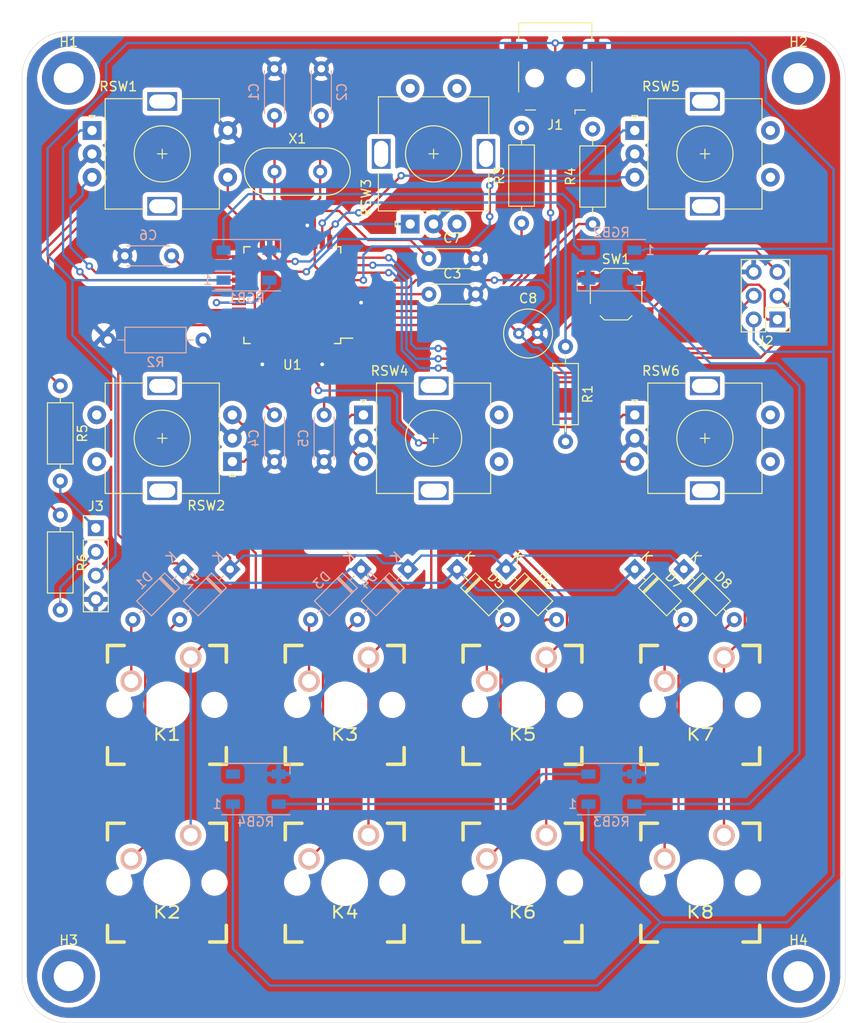
<source format=kicad_pcb>
(kicad_pcb (version 20171130) (host pcbnew "(5.1.4)-1")
  (layers (0 F.Cu signal) (31 B.Cu signal) (34 B.Paste user) (35 F.Paste user) (36 B.SilkS user) (37 F.SilkS user) (38 B.Mask user) (39 F.Mask user) (44 Edge.Cuts user))
  (net 0 "")
  (net 1 row0)
  (net 2 "Net-(D1-Pad2)")
  (net 3 "Net-(D2-Pad2)")
  (net 4 row1)
  (net 5 "Net-(D3-Pad2)")
  (net 6 "Net-(D4-Pad2)")
  (net 7 "Net-(D5-Pad2)")
  (net 8 "Net-(D6-Pad2)")
  (net 9 "Net-(D7-Pad2)")
  (net 10 "Net-(D8-Pad2)")
  (net 11 VCC)
  (net 12 "Net-(J1-Pad2)")
  (net 13 "Net-(J1-Pad3)")
  (net 14 GND)
  (net 15 MISO)
  (net 16 SCK)
  (net 17 MOSI)
  (net 18 RST)
  (net 19 "Net-(J3-Pad1)")
  (net 20 "Net-(J3-Pad2)")
  (net 21 col0)
  (net 22 col1)
  (net 23 col2)
  (net 24 col3)
  (net 25 "Net-(R2-Pad2)")
  (net 26 D+)
  (net 27 D-)
  (net 28 SDA)
  (net 29 SCL)
  (net 30 "Net-(RGB1-Pad2)")
  (net 31 RGBIN)
  (net 32 "Net-(RGB2-Pad2)")
  (net 33 "Net-(RGB3-Pad2)")
  (net 34 RSW1_S1)
  (net 35 RSW1_B)
  (net 36 RSW1_A)
  (net 37 RSW2_A)
  (net 38 RSW2_B)
  (net 39 RSW3_A)
  (net 40 RSW3_B)
  (net 41 RSW4_B)
  (net 42 RSW4_A)
  (net 43 RSW5_A)
  (net 44 RSW5_B)
  (net 45 RSW6_B)
  (net 46 RSW6_A)
  (net 47 "Net-(C3-Pad1)")
  (net 48 "Net-(C2-Pad1)")
  (net 49 "Net-(C1-Pad2)")
  (module Diode_THT:D_DO-35_SOD27_P7.62mm_Horizontal (layer B.Cu) (at 78.25 137.5 225)
    (fp_text reference D1 (at 3.81 2.12 225) (layer B.SilkS) (effects (justify mirror)))
    (fp_text value D)
    (fp_text user K (at 0 1.8 225) (layer B.SilkS) (effects (justify mirror)))
    (pad 1 thru_hole rect (at 0 0 225) (size 1.6 1.6) (drill 0.8) (layers *.Cu *.Mask) (net 1 row0))
    (pad 2 thru_hole oval (at 7.62 0 225) (size 1.6 1.6) (drill 0.8) (layers *.Cu *.Mask) (net 2 "Net-(D1-Pad2)"))
  )
  (module Diode_THT:D_DO-35_SOD27_P7.62mm_Horizontal (layer B.Cu) (at 83.25 137.5 225)
    (fp_text reference D2 (at 3.81 2.12 225) (layer B.SilkS) (effects (justify mirror)))
    (fp_text value D)
    (fp_text user K (at 0 1.8 225) (layer B.SilkS) (effects (justify mirror)))
    (pad 2 thru_hole oval (at 7.62 0 225) (size 1.6 1.6) (drill 0.8) (layers *.Cu *.Mask) (net 3 "Net-(D2-Pad2)"))
    (pad 1 thru_hole rect (at 0 0 225) (size 1.6 1.6) (drill 0.8) (layers *.Cu *.Mask) (net 4 row1))
  )
  (module Diode_THT:D_DO-35_SOD27_P7.62mm_Horizontal (layer B.Cu) (at 97.25 137.5 225)
    (fp_text reference D3 (at 3.81 2.12 225) (layer B.SilkS) (effects (justify mirror)))
    (fp_text value D)
    (fp_text user K (at 0 1.8 225) (layer B.SilkS) (effects (justify mirror)))
    (pad 1 thru_hole rect (at 0 0 225) (size 1.6 1.6) (drill 0.8) (layers *.Cu *.Mask) (net 1 row0))
    (pad 2 thru_hole oval (at 7.62 0 225) (size 1.6 1.6) (drill 0.8) (layers *.Cu *.Mask) (net 5 "Net-(D3-Pad2)"))
  )
  (module Diode_THT:D_DO-35_SOD27_P7.62mm_Horizontal (layer B.Cu) (at 102.25 137.5 225)
    (fp_text reference D4 (at 3.81 2.12 225) (layer B.SilkS) (effects (justify mirror)))
    (fp_text value D)
    (fp_text user K (at 0 1.8 225) (layer B.SilkS) (effects (justify mirror)))
    (pad 2 thru_hole oval (at 7.62 0 225) (size 1.6 1.6) (drill 0.8) (layers *.Cu *.Mask) (net 6 "Net-(D4-Pad2)"))
    (pad 1 thru_hole rect (at 0 0 225) (size 1.6 1.6) (drill 0.8) (layers *.Cu *.Mask) (net 4 row1))
  )
  (module Diode_THT:D_DO-35_SOD27_P7.62mm_Horizontal (layer F.Cu) (at 107.5 137.5 315)
    (fp_text reference D5 (at 3.81 -2.12 135) (layer F.SilkS))
    (fp_text value D)
    (fp_text user K (at 0 -1.8 135) (layer F.SilkS))
    (pad 1 thru_hole rect (at 0 0 315) (size 1.6 1.6) (drill 0.8) (layers *.Cu *.Mask) (net 1 row0))
    (pad 2 thru_hole oval (at 7.62 0 315) (size 1.6 1.6) (drill 0.8) (layers *.Cu *.Mask) (net 7 "Net-(D5-Pad2)"))
  )
  (module Diode_THT:D_DO-35_SOD27_P7.62mm_Horizontal (layer F.Cu) (at 112.75 137.5 315)
    (fp_text reference D6 (at 3.81 -2.12 135) (layer F.SilkS))
    (fp_text value D)
    (fp_text user K (at 0 -1.8 135) (layer F.SilkS))
    (pad 2 thru_hole oval (at 7.62 0 315) (size 1.6 1.6) (drill 0.8) (layers *.Cu *.Mask) (net 8 "Net-(D6-Pad2)"))
    (pad 1 thru_hole rect (at 0 0 315) (size 1.6 1.6) (drill 0.8) (layers *.Cu *.Mask) (net 4 row1))
  )
  (module Diode_THT:D_DO-35_SOD27_P7.62mm_Horizontal (layer F.Cu) (at 126.5 137.5 315)
    (fp_text reference D7 (at 3.81 -2.12 135) (layer F.SilkS))
    (fp_text value D)
    (fp_text user K (at 0 -1.8 135) (layer F.SilkS))
    (pad 1 thru_hole rect (at 0 0 315) (size 1.6 1.6) (drill 0.8) (layers *.Cu *.Mask) (net 1 row0))
    (pad 2 thru_hole oval (at 7.62 0 315) (size 1.6 1.6) (drill 0.8) (layers *.Cu *.Mask) (net 9 "Net-(D7-Pad2)"))
  )
  (module Diode_THT:D_DO-35_SOD27_P7.62mm_Horizontal (layer F.Cu) (at 131.75 137.5 315)
    (fp_text reference D8 (at 3.81 -2.12 135) (layer F.SilkS))
    (fp_text value D)
    (fp_text user K (at 0 -1.8 135) (layer F.SilkS))
    (pad 2 thru_hole oval (at 7.62 0 315) (size 1.6 1.6) (drill 0.8) (layers *.Cu *.Mask) (net 10 "Net-(D8-Pad2)"))
    (pad 1 thru_hole rect (at 0 0 315) (size 1.6 1.6) (drill 0.8) (layers *.Cu *.Mask) (net 4 row1))
  )
  (module Connector_PinHeader_2.54mm:PinHeader_2x03_P2.54mm_Vertical (layer F.Cu) (at 141.75 110.8 180)
    (fp_text reference J2 (at 1.27 -2.33) (layer F.SilkS))
    (fp_text value ICSP)
    (pad 1 thru_hole rect (at 0 0 180) (size 1.7 1.7) (drill 1) (layers *.Cu *.Mask) (net 15 MISO))
    (pad 2 thru_hole oval (at 2.54 0 180) (size 1.7 1.7) (drill 1) (layers *.Cu *.Mask) (net 11 VCC))
    (pad 3 thru_hole oval (at 0 2.54 180) (size 1.7 1.7) (drill 1) (layers *.Cu *.Mask) (net 16 SCK))
    (pad 4 thru_hole oval (at 2.54 2.54 180) (size 1.7 1.7) (drill 1) (layers *.Cu *.Mask) (net 17 MOSI))
    (pad 5 thru_hole oval (at 0 5.08 180) (size 1.7 1.7) (drill 1) (layers *.Cu *.Mask) (net 18 RST))
    (pad 6 thru_hole oval (at 2.54 5.08 180) (size 1.7 1.7) (drill 1) (layers *.Cu *.Mask) (net 14 GND))
  )
  (module Connector_PinHeader_2.54mm:PinHeader_1x04_P2.54mm_Vertical (layer F.Cu) (at 68.9 133.1)
    (fp_text reference J3 (at 0 -2.33) (layer F.SilkS))
    (fp_text value IIC)
    (pad 1 thru_hole rect (at 0 0) (size 1.7 1.7) (drill 1) (layers *.Cu *.Mask) (net 19 "Net-(J3-Pad1)"))
    (pad 2 thru_hole oval (at 0 2.54) (size 1.7 1.7) (drill 1) (layers *.Cu *.Mask) (net 20 "Net-(J3-Pad2)"))
    (pad 3 thru_hole oval (at 0 5.08) (size 1.7 1.7) (drill 1) (layers *.Cu *.Mask) (net 11 VCC))
    (pad 4 thru_hole oval (at 0 7.62) (size 1.7 1.7) (drill 1) (layers *.Cu *.Mask) (net 14 GND))
  )
  (module Louwii-pad:MX_PCB_100H (layer F.Cu) (at 76.5 152)
    (fp_text reference K1 (at 0 3.175) (layer F.SilkS) (effects (font (size 1.27 1.524) (thickness 0.2032))))
    (fp_text value KEYSW hide)
    (pad HOLE np_thru_hole circle (at 5.08 0) (size 1.8 1.8) (drill 1.8) (layers *.Cu))
    (pad HOLE np_thru_hole circle (at -5.08 0) (size 1.8 1.8) (drill 1.8) (layers *.Cu))
    (pad HOLE np_thru_hole circle (at 0 0) (size 3.9878 3.9878) (drill 3.9878) (layers *.Cu))
    (pad 2 thru_hole circle (at -3.81 -2.54) (size 2.286 2.286) (drill 1.4986) (layers *.Cu *.SilkS *.Mask) (net 2 "Net-(D1-Pad2)"))
    (pad 1 thru_hole circle (at 2.54 -5.08) (size 2.286 2.286) (drill 1.4986) (layers *.Cu *.SilkS *.Mask) (net 21 col0))
  )
  (module Louwii-pad:MX_PCB_100H (layer F.Cu) (at 76.5 171)
    (fp_text reference K2 (at 0 3.175) (layer F.SilkS) (effects (font (size 1.27 1.524) (thickness 0.2032))))
    (fp_text value KEYSW hide)
    (pad 1 thru_hole circle (at 2.54 -5.08) (size 2.286 2.286) (drill 1.4986) (layers *.Cu *.SilkS *.Mask) (net 21 col0))
    (pad 2 thru_hole circle (at -3.81 -2.54) (size 2.286 2.286) (drill 1.4986) (layers *.Cu *.SilkS *.Mask) (net 3 "Net-(D2-Pad2)"))
    (pad HOLE np_thru_hole circle (at 0 0) (size 3.9878 3.9878) (drill 3.9878) (layers *.Cu))
    (pad HOLE np_thru_hole circle (at -5.08 0) (size 1.8 1.8) (drill 1.8) (layers *.Cu))
    (pad HOLE np_thru_hole circle (at 5.08 0) (size 1.8 1.8) (drill 1.8) (layers *.Cu))
  )
  (module Louwii-pad:MX_PCB_100H (layer F.Cu) (at 95.5 152)
    (fp_text reference K3 (at 0 3.175) (layer F.SilkS) (effects (font (size 1.27 1.524) (thickness 0.2032))))
    (fp_text value KEYSW hide)
    (pad HOLE np_thru_hole circle (at 5.08 0) (size 1.8 1.8) (drill 1.8) (layers *.Cu))
    (pad HOLE np_thru_hole circle (at -5.08 0) (size 1.8 1.8) (drill 1.8) (layers *.Cu))
    (pad HOLE np_thru_hole circle (at 0 0) (size 3.9878 3.9878) (drill 3.9878) (layers *.Cu))
    (pad 2 thru_hole circle (at -3.81 -2.54) (size 2.286 2.286) (drill 1.4986) (layers *.Cu *.SilkS *.Mask) (net 5 "Net-(D3-Pad2)"))
    (pad 1 thru_hole circle (at 2.54 -5.08) (size 2.286 2.286) (drill 1.4986) (layers *.Cu *.SilkS *.Mask) (net 22 col1))
  )
  (module Louwii-pad:MX_PCB_100H (layer F.Cu) (at 95.5 171)
    (fp_text reference K4 (at 0 3.175) (layer F.SilkS) (effects (font (size 1.27 1.524) (thickness 0.2032))))
    (fp_text value KEYSW hide)
    (pad HOLE np_thru_hole circle (at 5.08 0) (size 1.8 1.8) (drill 1.8) (layers *.Cu))
    (pad HOLE np_thru_hole circle (at -5.08 0) (size 1.8 1.8) (drill 1.8) (layers *.Cu))
    (pad HOLE np_thru_hole circle (at 0 0) (size 3.9878 3.9878) (drill 3.9878) (layers *.Cu))
    (pad 2 thru_hole circle (at -3.81 -2.54) (size 2.286 2.286) (drill 1.4986) (layers *.Cu *.SilkS *.Mask) (net 6 "Net-(D4-Pad2)"))
    (pad 1 thru_hole circle (at 2.54 -5.08) (size 2.286 2.286) (drill 1.4986) (layers *.Cu *.SilkS *.Mask) (net 22 col1))
  )
  (module Louwii-pad:MX_PCB_100H (layer F.Cu) (at 114.5 152)
    (fp_text reference K5 (at 0 3.175) (layer F.SilkS) (effects (font (size 1.27 1.524) (thickness 0.2032))))
    (fp_text value KEYSW hide)
    (pad 1 thru_hole circle (at 2.54 -5.08) (size 2.286 2.286) (drill 1.4986) (layers *.Cu *.SilkS *.Mask) (net 23 col2))
    (pad 2 thru_hole circle (at -3.81 -2.54) (size 2.286 2.286) (drill 1.4986) (layers *.Cu *.SilkS *.Mask) (net 7 "Net-(D5-Pad2)"))
    (pad HOLE np_thru_hole circle (at 0 0) (size 3.9878 3.9878) (drill 3.9878) (layers *.Cu))
    (pad HOLE np_thru_hole circle (at -5.08 0) (size 1.8 1.8) (drill 1.8) (layers *.Cu))
    (pad HOLE np_thru_hole circle (at 5.08 0) (size 1.8 1.8) (drill 1.8) (layers *.Cu))
  )
  (module Louwii-pad:MX_PCB_100H (layer F.Cu) (at 114.5 171)
    (fp_text reference K6 (at 0 3.175) (layer F.SilkS) (effects (font (size 1.27 1.524) (thickness 0.2032))))
    (fp_text value KEYSW hide)
    (pad 1 thru_hole circle (at 2.54 -5.08) (size 2.286 2.286) (drill 1.4986) (layers *.Cu *.SilkS *.Mask) (net 23 col2))
    (pad 2 thru_hole circle (at -3.81 -2.54) (size 2.286 2.286) (drill 1.4986) (layers *.Cu *.SilkS *.Mask) (net 8 "Net-(D6-Pad2)"))
    (pad HOLE np_thru_hole circle (at 0 0) (size 3.9878 3.9878) (drill 3.9878) (layers *.Cu))
    (pad HOLE np_thru_hole circle (at -5.08 0) (size 1.8 1.8) (drill 1.8) (layers *.Cu))
    (pad HOLE np_thru_hole circle (at 5.08 0) (size 1.8 1.8) (drill 1.8) (layers *.Cu))
  )
  (module Louwii-pad:MX_PCB_100H (layer F.Cu) (at 133.5 152)
    (fp_text reference K7 (at 0 3.175) (layer F.SilkS) (effects (font (size 1.27 1.524) (thickness 0.2032))))
    (fp_text value KEYSW hide)
    (pad HOLE np_thru_hole circle (at 5.08 0) (size 1.8 1.8) (drill 1.8) (layers *.Cu))
    (pad HOLE np_thru_hole circle (at -5.08 0) (size 1.8 1.8) (drill 1.8) (layers *.Cu))
    (pad HOLE np_thru_hole circle (at 0 0) (size 3.9878 3.9878) (drill 3.9878) (layers *.Cu))
    (pad 2 thru_hole circle (at -3.81 -2.54) (size 2.286 2.286) (drill 1.4986) (layers *.Cu *.SilkS *.Mask) (net 9 "Net-(D7-Pad2)"))
    (pad 1 thru_hole circle (at 2.54 -5.08) (size 2.286 2.286) (drill 1.4986) (layers *.Cu *.SilkS *.Mask) (net 24 col3))
  )
  (module Louwii-pad:MX_PCB_100H (layer F.Cu) (at 133.5 171)
    (fp_text reference K8 (at 0 3.175) (layer F.SilkS) (effects (font (size 1.27 1.524) (thickness 0.2032))))
    (fp_text value KEYSW hide)
    (pad HOLE np_thru_hole circle (at 5.08 0) (size 1.8 1.8) (drill 1.8) (layers *.Cu))
    (pad HOLE np_thru_hole circle (at -5.08 0) (size 1.8 1.8) (drill 1.8) (layers *.Cu))
    (pad HOLE np_thru_hole circle (at 0 0) (size 3.9878 3.9878) (drill 3.9878) (layers *.Cu))
    (pad 2 thru_hole circle (at -3.81 -2.54) (size 2.286 2.286) (drill 1.4986) (layers *.Cu *.SilkS *.Mask) (net 10 "Net-(D8-Pad2)"))
    (pad 1 thru_hole circle (at 2.54 -5.08) (size 2.286 2.286) (drill 1.4986) (layers *.Cu *.SilkS *.Mask) (net 24 col3))
  )
  (module Resistor_THT:R_Axial_DIN0207_L6.3mm_D2.5mm_P10.16mm_Horizontal (layer F.Cu) (at 119.1 113.7 270)
    (fp_text reference R1 (at 5.08 -2.37 90) (layer F.SilkS))
    (fp_text value 10K)
    (pad 2 thru_hole oval (at 10.16 0 270) (size 1.6 1.6) (drill 0.8) (layers *.Cu *.Mask) (net 11 VCC))
    (pad 1 thru_hole circle (at 0 0 270) (size 1.6 1.6) (drill 0.8) (layers *.Cu *.Mask) (net 18 RST))
  )
  (module Resistor_THT:R_Axial_DIN0207_L6.3mm_D2.5mm_P10.16mm_Horizontal (layer B.Cu) (at 70.2 113)
    (fp_text reference R2 (at 5.08 2.37) (layer B.SilkS) (effects (justify mirror)))
    (fp_text value 10K)
    (pad 1 thru_hole circle (at 0 0) (size 1.6 1.6) (drill 0.8) (layers *.Cu *.Mask) (net 14 GND))
    (pad 2 thru_hole oval (at 10.16 0) (size 1.6 1.6) (drill 0.8) (layers *.Cu *.Mask) (net 25 "Net-(R2-Pad2)"))
  )
  (module Resistor_THT:R_Axial_DIN0207_L6.3mm_D2.5mm_P10.16mm_Horizontal (layer F.Cu) (at 114.4 100.5 90)
    (fp_text reference R3 (at 5.08 -2.37 90) (layer F.SilkS))
    (fp_text value 22)
    (pad 2 thru_hole oval (at 10.16 0 90) (size 1.6 1.6) (drill 0.8) (layers *.Cu *.Mask) (net 13 "Net-(J1-Pad3)"))
    (pad 1 thru_hole circle (at 0 0 90) (size 1.6 1.6) (drill 0.8) (layers *.Cu *.Mask) (net 26 D+))
  )
  (module Resistor_THT:R_Axial_DIN0207_L6.3mm_D2.5mm_P10.16mm_Horizontal (layer F.Cu) (at 122 100.6 90)
    (fp_text reference R4 (at 5.08 -2.37 90) (layer F.SilkS))
    (fp_text value 22)
    (pad 1 thru_hole circle (at 0 0 90) (size 1.6 1.6) (drill 0.8) (layers *.Cu *.Mask) (net 27 D-))
    (pad 2 thru_hole oval (at 10.16 0 90) (size 1.6 1.6) (drill 0.8) (layers *.Cu *.Mask) (net 12 "Net-(J1-Pad2)"))
  )
  (module Resistor_THT:R_Axial_DIN0207_L6.3mm_D2.5mm_P10.16mm_Horizontal (layer F.Cu) (at 65.1 117.9 270)
    (fp_text reference R5 (at 5.08 -2.37 90) (layer F.SilkS))
    (fp_text value 4.7k)
    (pad 2 thru_hole oval (at 10.16 0 270) (size 1.6 1.6) (drill 0.8) (layers *.Cu *.Mask) (net 19 "Net-(J3-Pad1)"))
    (pad 1 thru_hole circle (at 0 0 270) (size 1.6 1.6) (drill 0.8) (layers *.Cu *.Mask) (net 28 SDA))
  )
  (module Resistor_THT:R_Axial_DIN0207_L6.3mm_D2.5mm_P10.16mm_Horizontal (layer F.Cu) (at 65.1 131.7 270)
    (fp_text reference R6 (at 5.08 -2.37 90) (layer F.SilkS))
    (fp_text value 4.7k)
    (pad 1 thru_hole circle (at 0 0 270) (size 1.6 1.6) (drill 0.8) (layers *.Cu *.Mask) (net 29 SCL))
    (pad 2 thru_hole oval (at 10.16 0 270) (size 1.6 1.6) (drill 0.8) (layers *.Cu *.Mask) (net 20 "Net-(J3-Pad2)"))
  )
  (module LED_SMD:LED_WS2812B_PLCC4_5.0x5.0mm_P3.2mm (layer B.Cu) (at 85 105)
    (fp_text reference RGB1 (at 0 3.5) (layer B.SilkS) (effects (justify mirror)))
    (fp_text value WS2812B)
    (fp_text user 1 (at -4.15 1.6) (layer B.SilkS) (effects (justify mirror)))
    (pad 1 smd rect (at -2.45 1.6) (size 1.5 1) (layers B.Cu B.Paste B.Mask) (net 11 VCC))
    (pad 2 smd rect (at -2.45 -1.6) (size 1.5 1) (layers B.Cu B.Paste B.Mask) (net 30 "Net-(RGB1-Pad2)"))
    (pad 4 smd rect (at 2.45 1.6) (size 1.5 1) (layers B.Cu B.Paste B.Mask) (net 31 RGBIN))
    (pad 3 smd rect (at 2.45 -1.6) (size 1.5 1) (layers B.Cu B.Paste B.Mask) (net 14 GND))
  )
  (module LED_SMD:LED_WS2812B_PLCC4_5.0x5.0mm_P3.2mm (layer B.Cu) (at 124 105 180)
    (fp_text reference RGB2 (at 0 3.5) (layer B.SilkS) (effects (justify mirror)))
    (fp_text value WS2812B)
    (fp_text user 1 (at -4.15 1.6) (layer B.SilkS) (effects (justify mirror)))
    (pad 3 smd rect (at 2.45 -1.6 180) (size 1.5 1) (layers B.Cu B.Paste B.Mask) (net 14 GND))
    (pad 4 smd rect (at 2.45 1.6 180) (size 1.5 1) (layers B.Cu B.Paste B.Mask) (net 30 "Net-(RGB1-Pad2)"))
    (pad 2 smd rect (at -2.45 -1.6 180) (size 1.5 1) (layers B.Cu B.Paste B.Mask) (net 32 "Net-(RGB2-Pad2)"))
    (pad 1 smd rect (at -2.45 1.6 180) (size 1.5 1) (layers B.Cu B.Paste B.Mask) (net 11 VCC))
  )
  (module LED_SMD:LED_WS2812B_PLCC4_5.0x5.0mm_P3.2mm (layer B.Cu) (at 124 161)
    (fp_text reference RGB3 (at 0 3.5) (layer B.SilkS) (effects (justify mirror)))
    (fp_text value WS2812B)
    (fp_text user 1 (at -4.15 1.6) (layer B.SilkS) (effects (justify mirror)))
    (pad 3 smd rect (at 2.45 -1.6) (size 1.5 1) (layers B.Cu B.Paste B.Mask) (net 14 GND))
    (pad 4 smd rect (at 2.45 1.6) (size 1.5 1) (layers B.Cu B.Paste B.Mask) (net 32 "Net-(RGB2-Pad2)"))
    (pad 2 smd rect (at -2.45 -1.6) (size 1.5 1) (layers B.Cu B.Paste B.Mask) (net 33 "Net-(RGB3-Pad2)"))
    (pad 1 smd rect (at -2.45 1.6) (size 1.5 1) (layers B.Cu B.Paste B.Mask) (net 11 VCC))
  )
  (module LED_SMD:LED_WS2812B_PLCC4_5.0x5.0mm_P3.2mm (layer B.Cu) (at 86 161)
    (fp_text reference RGB4 (at 0 3.5) (layer B.SilkS) (effects (justify mirror)))
    (fp_text value WS2812B)
    (fp_text user 1 (at -4.15 1.6) (layer B.SilkS) (effects (justify mirror)))
    (pad 1 smd rect (at -2.45 1.6) (size 1.5 1) (layers B.Cu B.Paste B.Mask) (net 11 VCC))
    (pad 2 smd rect (at -2.45 -1.6) (size 1.5 1) (layers B.Cu B.Paste B.Mask))
    (pad 4 smd rect (at 2.45 1.6) (size 1.5 1) (layers B.Cu B.Paste B.Mask) (net 33 "Net-(RGB3-Pad2)"))
    (pad 3 smd rect (at 2.45 -1.6) (size 1.5 1) (layers B.Cu B.Paste B.Mask) (net 14 GND))
  )
  (module Rotary_Encoder:RotaryEncoder_Alps_EC11E-Switch_Vertical_H20mm (layer F.Cu) (at 68.5 90.6)
    (fp_text reference RSW1 (at 2.8 -4.7) (layer F.SilkS))
    (fp_text value Rotary_Encoder_Switch)
    (pad S1 thru_hole circle (at 14.5 5) (size 2 2) (drill 1) (layers *.Cu *.Mask) (net 34 RSW1_S1))
    (pad S2 thru_hole circle (at 14.5 0) (size 2 2) (drill 1) (layers *.Cu *.Mask) (net 14 GND))
    (pad MP thru_hole rect (at 7.5 8.1) (size 3.2 2) (drill oval 2.8 1.5) (layers *.Cu *.Mask))
    (pad MP thru_hole rect (at 7.5 -3.1) (size 3.2 2) (drill oval 2.8 1.5) (layers *.Cu *.Mask))
    (pad B thru_hole circle (at 0 5) (size 2 2) (drill 1) (layers *.Cu *.Mask) (net 35 RSW1_B))
    (pad C thru_hole circle (at 0 2.5) (size 2 2) (drill 1) (layers *.Cu *.Mask) (net 14 GND))
    (pad A thru_hole rect (at 0 0) (size 2 2) (drill 1) (layers *.Cu *.Mask) (net 36 RSW1_A))
  )
  (module Rotary_Encoder:RotaryEncoder_Alps_EC11E-Switch_Vertical_H20mm (layer F.Cu) (at 83.5 126 180)
    (fp_text reference RSW2 (at 2.8 -4.7) (layer F.SilkS))
    (fp_text value Rotary_Encoder_Switch)
    (pad A thru_hole rect (at 0 0 180) (size 2 2) (drill 1) (layers *.Cu *.Mask) (net 37 RSW2_A))
    (pad C thru_hole circle (at 0 2.5 180) (size 2 2) (drill 1) (layers *.Cu *.Mask) (net 14 GND))
    (pad B thru_hole circle (at 0 5 180) (size 2 2) (drill 1) (layers *.Cu *.Mask) (net 38 RSW2_B))
    (pad MP thru_hole rect (at 7.5 -3.1 180) (size 3.2 2) (drill oval 2.8 1.5) (layers *.Cu *.Mask))
    (pad MP thru_hole rect (at 7.5 8.1 180) (size 3.2 2) (drill oval 2.8 1.5) (layers *.Cu *.Mask))
    (pad S2 thru_hole circle (at 14.5 0 180) (size 2 2) (drill 1) (layers *.Cu *.Mask))
    (pad S1 thru_hole circle (at 14.5 5 180) (size 2 2) (drill 1) (layers *.Cu *.Mask))
  )
  (module Rotary_Encoder:RotaryEncoder_Alps_EC11E-Switch_Vertical_H20mm (layer F.Cu) (at 102.5 100.6 90)
    (fp_text reference RSW3 (at 2.8 -4.7 90) (layer F.SilkS))
    (fp_text value Rotary_Encoder_Switch)
    (pad A thru_hole rect (at 0 0 90) (size 2 2) (drill 1) (layers *.Cu *.Mask) (net 39 RSW3_A))
    (pad C thru_hole circle (at 0 2.5 90) (size 2 2) (drill 1) (layers *.Cu *.Mask) (net 14 GND))
    (pad B thru_hole circle (at 0 5 90) (size 2 2) (drill 1) (layers *.Cu *.Mask) (net 40 RSW3_B))
    (pad MP thru_hole rect (at 7.5 -3.1 90) (size 3.2 2) (drill oval 2.8 1.5) (layers *.Cu *.Mask))
    (pad MP thru_hole rect (at 7.5 8.1 90) (size 3.2 2) (drill oval 2.8 1.5) (layers *.Cu *.Mask))
    (pad S2 thru_hole circle (at 14.5 0 90) (size 2 2) (drill 1) (layers *.Cu *.Mask))
    (pad S1 thru_hole circle (at 14.5 5 90) (size 2 2) (drill 1) (layers *.Cu *.Mask))
  )
  (module Rotary_Encoder:RotaryEncoder_Alps_EC11E-Switch_Vertical_H20mm (layer F.Cu) (at 97.5 121)
    (fp_text reference RSW4 (at 2.8 -4.7) (layer F.SilkS))
    (fp_text value Rotary_Encoder_Switch)
    (pad S1 thru_hole circle (at 14.5 5) (size 2 2) (drill 1) (layers *.Cu *.Mask))
    (pad S2 thru_hole circle (at 14.5 0) (size 2 2) (drill 1) (layers *.Cu *.Mask))
    (pad MP thru_hole rect (at 7.5 8.1) (size 3.2 2) (drill oval 2.8 1.5) (layers *.Cu *.Mask))
    (pad MP thru_hole rect (at 7.5 -3.1) (size 3.2 2) (drill oval 2.8 1.5) (layers *.Cu *.Mask))
    (pad B thru_hole circle (at 0 5) (size 2 2) (drill 1) (layers *.Cu *.Mask) (net 41 RSW4_B))
    (pad C thru_hole circle (at 0 2.5) (size 2 2) (drill 1) (layers *.Cu *.Mask) (net 14 GND))
    (pad A thru_hole rect (at 0 0) (size 2 2) (drill 1) (layers *.Cu *.Mask) (net 42 RSW4_A))
  )
  (module Rotary_Encoder:RotaryEncoder_Alps_EC11E-Switch_Vertical_H20mm (layer F.Cu) (at 126.5 90.6)
    (fp_text reference RSW5 (at 2.8 -4.7) (layer F.SilkS))
    (fp_text value Rotary_Encoder_Switch)
    (pad A thru_hole rect (at 0 0) (size 2 2) (drill 1) (layers *.Cu *.Mask) (net 43 RSW5_A))
    (pad C thru_hole circle (at 0 2.5) (size 2 2) (drill 1) (layers *.Cu *.Mask) (net 14 GND))
    (pad B thru_hole circle (at 0 5) (size 2 2) (drill 1) (layers *.Cu *.Mask) (net 44 RSW5_B))
    (pad MP thru_hole rect (at 7.5 -3.1) (size 3.2 2) (drill oval 2.8 1.5) (layers *.Cu *.Mask))
    (pad MP thru_hole rect (at 7.5 8.1) (size 3.2 2) (drill oval 2.8 1.5) (layers *.Cu *.Mask))
    (pad S2 thru_hole circle (at 14.5 0) (size 2 2) (drill 1) (layers *.Cu *.Mask))
    (pad S1 thru_hole circle (at 14.5 5) (size 2 2) (drill 1) (layers *.Cu *.Mask))
  )
  (module Rotary_Encoder:RotaryEncoder_Alps_EC11E-Switch_Vertical_H20mm (layer F.Cu) (at 126.5 121)
    (fp_text reference RSW6 (at 2.8 -4.7) (layer F.SilkS))
    (fp_text value Rotary_Encoder_Switch)
    (pad S1 thru_hole circle (at 14.5 5) (size 2 2) (drill 1) (layers *.Cu *.Mask))
    (pad S2 thru_hole circle (at 14.5 0) (size 2 2) (drill 1) (layers *.Cu *.Mask))
    (pad MP thru_hole rect (at 7.5 8.1) (size 3.2 2) (drill oval 2.8 1.5) (layers *.Cu *.Mask))
    (pad MP thru_hole rect (at 7.5 -3.1) (size 3.2 2) (drill oval 2.8 1.5) (layers *.Cu *.Mask))
    (pad B thru_hole circle (at 0 5) (size 2 2) (drill 1) (layers *.Cu *.Mask) (net 45 RSW6_B))
    (pad C thru_hole circle (at 0 2.5) (size 2 2) (drill 1) (layers *.Cu *.Mask) (net 14 GND))
    (pad A thru_hole rect (at 0 0) (size 2 2) (drill 1) (layers *.Cu *.Mask) (net 46 RSW6_A))
  )
  (module Package_QFP:TQFP-44_10x10mm_P0.8mm (layer F.Cu) (at 89.9 108.2 180)
    (fp_text reference U1 (at 0 -7.45) (layer F.SilkS))
    (fp_text value ATmega32U4-atmel)
    (pad 1 smd rect (at -5.7 -4 180) (size 1.5 0.55) (layers F.Cu F.Paste F.Mask) (net 46 RSW6_A))
    (pad 2 smd rect (at -5.7 -3.2 180) (size 1.5 0.55) (layers F.Cu F.Paste F.Mask) (net 11 VCC))
    (pad 3 smd rect (at -5.7 -2.4 180) (size 1.5 0.55) (layers F.Cu F.Paste F.Mask) (net 27 D-))
    (pad 4 smd rect (at -5.7 -1.6 180) (size 1.5 0.55) (layers F.Cu F.Paste F.Mask) (net 26 D+))
    (pad 5 smd rect (at -5.7 -0.8 180) (size 1.5 0.55) (layers F.Cu F.Paste F.Mask) (net 14 GND))
    (pad 6 smd rect (at -5.7 0 180) (size 1.5 0.55) (layers F.Cu F.Paste F.Mask) (net 47 "Net-(C3-Pad1)"))
    (pad 7 smd rect (at -5.7 0.8 180) (size 1.5 0.55) (layers F.Cu F.Paste F.Mask) (net 11 VCC))
    (pad 8 smd rect (at -5.7 1.6 180) (size 1.5 0.55) (layers F.Cu F.Paste F.Mask) (net 44 RSW5_B))
    (pad 9 smd rect (at -5.7 2.4 180) (size 1.5 0.55) (layers F.Cu F.Paste F.Mask) (net 16 SCK))
    (pad 10 smd rect (at -5.7 3.2 180) (size 1.5 0.55) (layers F.Cu F.Paste F.Mask) (net 17 MOSI))
    (pad 11 smd rect (at -5.7 4 180) (size 1.5 0.55) (layers F.Cu F.Paste F.Mask) (net 15 MISO))
    (pad 12 smd rect (at -4 5.7 270) (size 1.5 0.55) (layers F.Cu F.Paste F.Mask) (net 43 RSW5_A))
    (pad 13 smd rect (at -3.2 5.7 270) (size 1.5 0.55) (layers F.Cu F.Paste F.Mask) (net 18 RST))
    (pad 14 smd rect (at -2.4 5.7 270) (size 1.5 0.55) (layers F.Cu F.Paste F.Mask) (net 11 VCC))
    (pad 15 smd rect (at -1.6 5.7 270) (size 1.5 0.55) (layers F.Cu F.Paste F.Mask) (net 14 GND))
    (pad 16 smd rect (at -0.8 5.7 270) (size 1.5 0.55) (layers F.Cu F.Paste F.Mask) (net 48 "Net-(C2-Pad1)"))
    (pad 17 smd rect (at 0 5.7 270) (size 1.5 0.55) (layers F.Cu F.Paste F.Mask) (net 49 "Net-(C1-Pad2)"))
    (pad 18 smd rect (at 0.8 5.7 270) (size 1.5 0.55) (layers F.Cu F.Paste F.Mask) (net 29 SCL))
    (pad 19 smd rect (at 1.6 5.7 270) (size 1.5 0.55) (layers F.Cu F.Paste F.Mask) (net 28 SDA))
    (pad 20 smd rect (at 2.4 5.7 270) (size 1.5 0.55) (layers F.Cu F.Paste F.Mask) (net 39 RSW3_A))
    (pad 21 smd rect (at 3.2 5.7 270) (size 1.5 0.55) (layers F.Cu F.Paste F.Mask) (net 40 RSW3_B))
    (pad 22 smd rect (at 4 5.7 270) (size 1.5 0.55) (layers F.Cu F.Paste F.Mask) (net 34 RSW1_S1))
    (pad 23 smd rect (at 5.7 4 180) (size 1.5 0.55) (layers F.Cu F.Paste F.Mask) (net 14 GND))
    (pad 24 smd rect (at 5.7 3.2 180) (size 1.5 0.55) (layers F.Cu F.Paste F.Mask) (net 11 VCC))
    (pad 25 smd rect (at 5.7 2.4 180) (size 1.5 0.55) (layers F.Cu F.Paste F.Mask) (net 35 RSW1_B))
    (pad 26 smd rect (at 5.7 1.6 180) (size 1.5 0.55) (layers F.Cu F.Paste F.Mask) (net 36 RSW1_A))
    (pad 27 smd rect (at 5.7 0.8 180) (size 1.5 0.55) (layers F.Cu F.Paste F.Mask) (net 1 row0))
    (pad 28 smd rect (at 5.7 0 180) (size 1.5 0.55) (layers F.Cu F.Paste F.Mask) (net 4 row1))
    (pad 29 smd rect (at 5.7 -0.8 180) (size 1.5 0.55) (layers F.Cu F.Paste F.Mask) (net 31 RGBIN))
    (pad 30 smd rect (at 5.7 -1.6 180) (size 1.5 0.55) (layers F.Cu F.Paste F.Mask) (net 21 col0))
    (pad 31 smd rect (at 5.7 -2.4 180) (size 1.5 0.55) (layers F.Cu F.Paste F.Mask) (net 22 col1))
    (pad 32 smd rect (at 5.7 -3.2 180) (size 1.5 0.55) (layers F.Cu F.Paste F.Mask) (net 23 col2))
    (pad 33 smd rect (at 5.7 -4 180) (size 1.5 0.55) (layers F.Cu F.Paste F.Mask) (net 25 "Net-(R2-Pad2)"))
    (pad 34 smd rect (at 4 -5.7 270) (size 1.5 0.55) (layers F.Cu F.Paste F.Mask) (net 11 VCC))
    (pad 35 smd rect (at 3.2 -5.7 270) (size 1.5 0.55) (layers F.Cu F.Paste F.Mask) (net 14 GND))
    (pad 36 smd rect (at 2.4 -5.7 270) (size 1.5 0.55) (layers F.Cu F.Paste F.Mask) (net 38 RSW2_B))
    (pad 37 smd rect (at 1.6 -5.7 270) (size 1.5 0.55) (layers F.Cu F.Paste F.Mask) (net 37 RSW2_A))
    (pad 38 smd rect (at 0.8 -5.7 270) (size 1.5 0.55) (layers F.Cu F.Paste F.Mask) (net 24 col3))
    (pad 39 smd rect (at 0 -5.7 270) (size 1.5 0.55) (layers F.Cu F.Paste F.Mask) (net 41 RSW4_B))
    (pad 40 smd rect (at -0.8 -5.7 270) (size 1.5 0.55) (layers F.Cu F.Paste F.Mask) (net 42 RSW4_A))
    (pad 41 smd rect (at -1.6 -5.7 270) (size 1.5 0.55) (layers F.Cu F.Paste F.Mask) (net 45 RSW6_B))
    (pad 42 smd rect (at -2.4 -5.7 270) (size 1.5 0.55) (layers F.Cu F.Paste F.Mask))
    (pad 43 smd rect (at -3.2 -5.7 270) (size 1.5 0.55) (layers F.Cu F.Paste F.Mask) (net 14 GND))
    (pad 44 smd rect (at -4 -5.7 270) (size 1.5 0.55) (layers F.Cu F.Paste F.Mask) (net 11 VCC))
  )
  (module Crystal:Crystal_HC49-U_Vertical (layer F.Cu) (at 88 95)
    (fp_text reference X1 (at 2.44 -3.525) (layer F.SilkS))
    (fp_text value 16Mhz)
    (pad 1 thru_hole circle (at 0 0) (size 1.5 1.5) (drill 0.8) (layers *.Cu *.Mask) (net 49 "Net-(C1-Pad2)"))
    (pad 2 thru_hole circle (at 4.88 0) (size 1.5 1.5) (drill 0.8) (layers *.Cu *.Mask) (net 48 "Net-(C2-Pad1)"))
  )
  (module Capacitor_THT:C_Disc_D4.3mm_W1.9mm_P5.00mm (layer B.Cu) (at 88 84 270)
    (fp_text reference C1 (at 2.5 2.2 270) (layer B.SilkS) (effects (justify mirror)))
    (fp_text value 22pF)
    (pad 2 thru_hole circle (at 5 0 270) (size 1.6 1.6) (drill 0.8) (layers *.Cu *.Mask) (net 49 "Net-(C1-Pad2)"))
    (pad 1 thru_hole circle (at 0 0 270) (size 1.6 1.6) (drill 0.8) (layers *.Cu *.Mask) (net 14 GND))
  )
  (module Capacitor_THT:C_Disc_D4.3mm_W1.9mm_P5.00mm (layer B.Cu) (at 93 89 90)
    (fp_text reference C2 (at 2.5 2.2 270) (layer B.SilkS) (effects (justify mirror)))
    (fp_text value 22pF)
    (pad 1 thru_hole circle (at 0 0 90) (size 1.6 1.6) (drill 0.8) (layers *.Cu *.Mask) (net 48 "Net-(C2-Pad1)"))
    (pad 2 thru_hole circle (at 5 0 90) (size 1.6 1.6) (drill 0.8) (layers *.Cu *.Mask) (net 14 GND))
  )
  (module Capacitor_THT:C_Disc_D4.3mm_W1.9mm_P5.00mm (layer F.Cu) (at 104.5 108.1)
    (fp_text reference C3 (at 2.5 -2.2) (layer F.SilkS))
    (fp_text value 1uF)
    (pad 1 thru_hole circle (at 0 0) (size 1.6 1.6) (drill 0.8) (layers *.Cu *.Mask) (net 47 "Net-(C3-Pad1)"))
    (pad 2 thru_hole circle (at 5 0) (size 1.6 1.6) (drill 0.8) (layers *.Cu *.Mask) (net 14 GND))
  )
  (module Capacitor_THT:C_Disc_D4.3mm_W1.9mm_P5.00mm (layer B.Cu) (at 88 121 270)
    (fp_text reference C4 (at 2.5 2.2 270) (layer B.SilkS) (effects (justify mirror)))
    (fp_text value 0.1uF)
    (pad 2 thru_hole circle (at 5 0 270) (size 1.6 1.6) (drill 0.8) (layers *.Cu *.Mask) (net 14 GND))
    (pad 1 thru_hole circle (at 0 0 270) (size 1.6 1.6) (drill 0.8) (layers *.Cu *.Mask) (net 11 VCC))
  )
  (module Capacitor_THT:C_Disc_D4.3mm_W1.9mm_P5.00mm (layer B.Cu) (at 93.3 121 270)
    (fp_text reference C5 (at 2.5 2.2 270) (layer B.SilkS) (effects (justify mirror)))
    (fp_text value 0.1uF)
    (pad 1 thru_hole circle (at 0 0 270) (size 1.6 1.6) (drill 0.8) (layers *.Cu *.Mask) (net 11 VCC))
    (pad 2 thru_hole circle (at 5 0 270) (size 1.6 1.6) (drill 0.8) (layers *.Cu *.Mask) (net 14 GND))
  )
  (module Capacitor_THT:C_Disc_D4.3mm_W1.9mm_P5.00mm (layer B.Cu) (at 77 104 180)
    (fp_text reference C6 (at 2.5 2.2) (layer B.SilkS) (effects (justify mirror)))
    (fp_text value 0.1uF)
    (pad 2 thru_hole circle (at 5 0 180) (size 1.6 1.6) (drill 0.8) (layers *.Cu *.Mask) (net 14 GND))
    (pad 1 thru_hole circle (at 0 0 180) (size 1.6 1.6) (drill 0.8) (layers *.Cu *.Mask) (net 11 VCC))
  )
  (module Capacitor_THT:C_Disc_D4.3mm_W1.9mm_P5.00mm (layer F.Cu) (at 104.5 104.3)
    (fp_text reference C7 (at 2.5 -2.2) (layer F.SilkS))
    (fp_text value 0.1uF)
    (pad 1 thru_hole circle (at 0 0) (size 1.6 1.6) (drill 0.8) (layers *.Cu *.Mask) (net 11 VCC))
    (pad 2 thru_hole circle (at 5 0) (size 1.6 1.6) (drill 0.8) (layers *.Cu *.Mask) (net 14 GND))
  )
  (module Capacitor_THT:C_Radial_D5.0mm_H7.0mm_P2.00mm (layer F.Cu) (at 114.1 112.3)
    (fp_text reference C8 (at 1 -3.75) (layer F.SilkS))
    (fp_text value 4.7uF)
    (pad 1 thru_hole circle (at 0 0) (size 1.2 1.2) (drill 0.6) (layers *.Cu *.Mask) (net 11 VCC))
    (pad 2 thru_hole circle (at 2 0) (size 1.2 1.2) (drill 0.6) (layers *.Cu *.Mask) (net 14 GND))
  )
  (module MountingHole:MountingHole_3.2mm_M3_ISO7380_Pad (layer F.Cu) (at 66 85)
    (fp_text reference H1 (at 0 -3.85) (layer F.SilkS))
    (fp_text value "MountingHole 3mm")
    (pad 1 thru_hole circle (at 0 0) (size 5.7 5.7) (drill 3.2) (layers *.Cu *.Mask))
  )
  (module MountingHole:MountingHole_3.2mm_M3_ISO7380_Pad (layer F.Cu) (at 144 85)
    (fp_text reference H2 (at 0 -3.85) (layer F.SilkS))
    (fp_text value "MountingHole 3mm")
    (pad 1 thru_hole circle (at 0 0) (size 5.7 5.7) (drill 3.2) (layers *.Cu *.Mask))
  )
  (module MountingHole:MountingHole_3.2mm_M3_ISO7380_Pad (layer F.Cu) (at 66 181)
    (fp_text reference H3 (at 0 -3.85) (layer F.SilkS))
    (fp_text value "MountingHole 3mm")
    (pad 1 thru_hole circle (at 0 0) (size 5.7 5.7) (drill 3.2) (layers *.Cu *.Mask))
  )
  (module MountingHole:MountingHole_3.2mm_M3_ISO7380_Pad (layer F.Cu) (at 144 181)
    (fp_text reference H4 (at 0 -3.85) (layer F.SilkS))
    (fp_text value "MountingHole 3mm")
    (pad 1 thru_hole circle (at 0 0) (size 5.7 5.7) (drill 3.2) (layers *.Cu *.Mask))
  )
  (module Connector_USB:USB_Mini-B_Lumberg_2486_01_Horizontal (layer F.Cu) (at 118 85 180)
    (fp_text reference J1 (at 0 -5) (layer F.SilkS))
    (fp_text value USB_B_Mini)
    (pad 1 smd rect (at -1.6 -2.7 180) (size 0.5 2) (layers F.Cu F.Paste F.Mask) (net 11 VCC))
    (pad 2 smd rect (at -0.8 -2.7 180) (size 0.5 2) (layers F.Cu F.Paste F.Mask) (net 12 "Net-(J1-Pad2)"))
    (pad 3 smd rect (at 0 -2.7 180) (size 0.5 2) (layers F.Cu F.Paste F.Mask) (net 13 "Net-(J1-Pad3)"))
    (pad 4 smd rect (at 0.8 -2.7 180) (size 0.5 2) (layers F.Cu F.Paste F.Mask))
    (pad 5 smd rect (at 1.6 -2.7 180) (size 0.5 2) (layers F.Cu F.Paste F.Mask) (net 14 GND))
    (pad 6 smd rect (at -4.45 -2.6 180) (size 2 1.7) (layers F.Cu F.Paste F.Mask) (net 14 GND))
    (pad 6 smd rect (at -4.45 2.85 180) (size 2 1.7) (layers F.Cu F.Paste F.Mask) (net 14 GND))
    (pad 6 smd rect (at 4.45 -2.6 180) (size 2 1.7) (layers F.Cu F.Paste F.Mask) (net 14 GND))
    (pad 6 smd rect (at 4.45 2.85 180) (size 2 1.7) (layers F.Cu F.Paste F.Mask) (net 14 GND))
    (pad "" np_thru_hole circle (at -2.2 0 180) (size 1 1) (drill 1) (layers *.Cu *.Mask))
    (pad "" np_thru_hole circle (at 2.2 0 180) (size 1 1) (drill 1) (layers *.Cu *.Mask))
  )
  (module Button_Switch_SMD:SW_SPST_TL3342 (layer F.Cu) (at 124.5 108.1)
    (fp_text reference SW1 (at 0 -3.75) (layer F.SilkS))
    (fp_text value SW_Push)
    (pad 1 smd rect (at -3.15 -1.9) (size 1.7 1) (layers F.Cu F.Paste F.Mask) (net 14 GND))
    (pad 1 smd rect (at 3.15 -1.9) (size 1.7 1) (layers F.Cu F.Paste F.Mask) (net 14 GND))
    (pad 2 smd rect (at -3.15 1.9) (size 1.7 1) (layers F.Cu F.Paste F.Mask) (net 18 RST))
    (pad 2 smd rect (at 3.15 1.9) (size 1.7 1) (layers F.Cu F.Paste F.Mask) (net 18 RST))
  )
  (gr_arc (start 144 181) (end 144 186) (angle -90) (layer Edge.Cuts) (width 0.05))
  (gr_arc (start 66 181) (end 61 181) (angle -90) (layer Edge.Cuts) (width 0.05))
  (gr_arc (start 66 85) (end 66 80) (angle -90) (layer Edge.Cuts) (width 0.05))
  (gr_arc (start 144 85) (end 149 85) (angle -90) (layer Edge.Cuts) (width 0.05))
  (gr_line (start 61 85) (end 61 181) (layer Edge.Cuts) (width 0.05))
  (gr_line (start 144 80) (end 66 80) (layer Edge.Cuts) (width 0.05))
  (gr_line (start 149 181) (end 149 85) (layer Edge.Cuts) (width 0.05))
  (gr_line (start 66 186) (end 144 186) (layer Edge.Cuts) (width 0.05))
  (segment (start 78.886395 138.136395) (end 78.25 137.5) (width 0.25) (layer B.Cu) (net 1))
  (segment (start 79.706381 138.956381) (end 78.886395 138.136395) (width 0.25) (layer B.Cu) (net 1))
  (segment (start 94.562248 138.956381) (end 79.706381 138.956381) (width 0.25) (layer B.Cu) (net 1))
  (segment (start 96.018629 137.5) (end 94.562248 138.956381) (width 0.25) (layer B.Cu) (net 1))
  (segment (start 97.25 137.5) (end 96.018629 137.5) (width 0.25) (layer B.Cu) (net 1))
  (segment (start 97.886395 138.136395) (end 97.25 137.5) (width 0.25) (layer B.Cu) (net 1))
  (segment (start 98.706381 138.956381) (end 97.886395 138.136395) (width 0.25) (layer B.Cu) (net 1))
  (segment (start 106.043619 138.956381) (end 98.706381 138.956381) (width 0.25) (layer B.Cu) (net 1))
  (segment (start 107.5 137.5) (end 106.043619 138.956381) (width 0.25) (layer B.Cu) (net 1))
  (segment (start 108.136395 138.136395) (end 107.5 137.5) (width 0.25) (layer B.Cu) (net 1))
  (segment (start 109.75 139.75) (end 108.136395 138.136395) (width 0.25) (layer B.Cu) (net 1))
  (segment (start 124.25 139.75) (end 109.75 139.75) (width 0.25) (layer B.Cu) (net 1))
  (segment (start 126.5 137.5) (end 124.25 139.75) (width 0.25) (layer B.Cu) (net 1))
  (segment (start 77.613605 136.863605) (end 74.363605 136.863605) (width 0.25) (layer F.Cu) (net 1))
  (segment (start 78.25 137.5) (end 77.613605 136.863605) (width 0.25) (layer F.Cu) (net 1))
  (segment (start 74.363605 136.863605) (end 71.3 133.8) (width 0.25) (layer F.Cu) (net 1))
  (segment (start 71.3 133.8) (end 71.3 116.1) (width 0.25) (layer F.Cu) (net 1))
  (segment (start 71.3 116.1) (end 74.9 112.5) (width 0.25) (layer F.Cu) (net 1))
  (segment (start 74.9 112.5) (end 74.9 109.4) (width 0.25) (layer F.Cu) (net 1))
  (segment (start 76.9 107.4) (end 84.2 107.4) (width 0.25) (layer F.Cu) (net 1))
  (segment (start 74.9 109.4) (end 76.9 107.4) (width 0.25) (layer F.Cu) (net 1))
  (segment (start 72.69 143.06) (end 72.861846 142.888154) (width 0.25) (layer F.Cu) (net 2))
  (segment (start 72.69 149.46) (end 72.69 143.06) (width 0.25) (layer F.Cu) (net 2))
  (segment (start 74.181099 146.568901) (end 77.861846 142.888154) (width 0.25) (layer F.Cu) (net 3))
  (segment (start 72.69 168.46) (end 74.181099 166.968901) (width 0.25) (layer F.Cu) (net 3))
  (segment (start 74.181099 166.968901) (end 74.181099 146.568901) (width 0.25) (layer F.Cu) (net 3))
  (segment (start 101.613605 136.863605) (end 99.613605 136.863605) (width 0.25) (layer B.Cu) (net 4))
  (segment (start 102.25 137.5) (end 101.613605 136.863605) (width 0.25) (layer B.Cu) (net 4))
  (segment (start 83.886395 136.863605) (end 83.25 137.5) (width 0.25) (layer B.Cu) (net 4))
  (segment (start 84.706381 136.043619) (end 83.886395 136.863605) (width 0.25) (layer B.Cu) (net 4))
  (segment (start 98.793619 136.043619) (end 84.706381 136.043619) (width 0.25) (layer B.Cu) (net 4))
  (segment (start 99.613605 136.863605) (end 98.793619 136.043619) (width 0.25) (layer B.Cu) (net 4))
  (segment (start 102.886395 136.863605) (end 102.25 137.5) (width 0.25) (layer B.Cu) (net 4))
  (segment (start 103.706381 136.043619) (end 102.886395 136.863605) (width 0.25) (layer B.Cu) (net 4))
  (segment (start 111.293619 136.043619) (end 103.706381 136.043619) (width 0.25) (layer B.Cu) (net 4))
  (segment (start 112.75 137.5) (end 111.293619 136.043619) (width 0.25) (layer B.Cu) (net 4))
  (segment (start 131.113605 136.863605) (end 131.75 137.5) (width 0.25) (layer B.Cu) (net 4))
  (segment (start 130.293619 136.043619) (end 131.113605 136.863605) (width 0.25) (layer B.Cu) (net 4))
  (segment (start 114.206381 136.043619) (end 130.293619 136.043619) (width 0.25) (layer B.Cu) (net 4))
  (segment (start 112.75 137.5) (end 114.206381 136.043619) (width 0.25) (layer B.Cu) (net 4))
  (segment (start 83.25 136.268629) (end 82.481371 135.5) (width 0.25) (layer F.Cu) (net 4))
  (segment (start 83.25 137.5) (end 83.25 136.268629) (width 0.25) (layer F.Cu) (net 4))
  (segment (start 82.481371 135.5) (end 74.3 135.5) (width 0.25) (layer F.Cu) (net 4))
  (segment (start 74.3 135.5) (end 72.2 133.4) (width 0.25) (layer F.Cu) (net 4))
  (segment (start 72.2 133.4) (end 72.2 116.4) (width 0.25) (layer F.Cu) (net 4))
  (segment (start 72.2 116.4) (end 75.6 113) (width 0.25) (layer F.Cu) (net 4))
  (segment (start 75.6 113) (end 75.6 109.8) (width 0.25) (layer F.Cu) (net 4))
  (segment (start 77.2 108.2) (end 84.2 108.2) (width 0.25) (layer F.Cu) (net 4))
  (segment (start 75.6 109.8) (end 77.2 108.2) (width 0.25) (layer F.Cu) (net 4))
  (segment (start 91.69 143.06) (end 91.861846 142.888154) (width 0.25) (layer F.Cu) (net 5))
  (segment (start 91.69 149.46) (end 91.69 143.06) (width 0.25) (layer F.Cu) (net 5))
  (segment (start 93.181099 146.568901) (end 96.861846 142.888154) (width 0.25) (layer F.Cu) (net 6))
  (segment (start 91.69 168.46) (end 93.181099 166.968901) (width 0.25) (layer F.Cu) (net 6))
  (segment (start 93.181099 166.968901) (end 93.181099 146.568901) (width 0.25) (layer F.Cu) (net 6))
  (segment (start 110.69 145.086308) (end 112.888154 142.888154) (width 0.25) (layer F.Cu) (net 7))
  (segment (start 110.69 149.46) (end 110.69 145.086308) (width 0.25) (layer F.Cu) (net 7))
  (segment (start 110.69 168.46) (end 112.158001 166.991999) (width 0.25) (layer F.Cu) (net 8))
  (segment (start 112.158001 147.736937) (end 112.158001 148.091999) (width 0.25) (layer F.Cu) (net 8))
  (segment (start 117.006784 142.888154) (end 112.158001 147.736937) (width 0.25) (layer F.Cu) (net 8))
  (segment (start 118.138154 142.888154) (end 117.006784 142.888154) (width 0.25) (layer F.Cu) (net 8))
  (segment (start 112.158001 166.991999) (end 112.158001 148.091999) (width 0.25) (layer F.Cu) (net 8))
  (segment (start 129.69 145.086308) (end 131.888154 142.888154) (width 0.25) (layer F.Cu) (net 9))
  (segment (start 129.69 149.46) (end 129.69 145.086308) (width 0.25) (layer F.Cu) (net 9))
  (segment (start 136.338155 143.688153) (end 137.138154 142.888154) (width 0.25) (layer F.Cu) (net 10))
  (segment (start 131.181099 148.845209) (end 136.338155 143.688153) (width 0.25) (layer F.Cu) (net 10))
  (segment (start 131.181099 165.352455) (end 131.181099 148.845209) (width 0.25) (layer F.Cu) (net 10))
  (segment (start 129.69 166.843554) (end 131.181099 165.352455) (width 0.25) (layer F.Cu) (net 10))
  (segment (start 129.69 168.46) (end 129.69 166.843554) (width 0.25) (layer F.Cu) (net 10))
  (segment (start 119.6 87.7) (end 119.6 90.6) (width 0.25) (layer F.Cu) (net 11))
  (segment (start 119.6 86.45) (end 118 84.85) (width 0.25) (layer F.Cu) (net 11))
  (segment (start 119.6 87.7) (end 119.6 86.45) (width 0.25) (layer F.Cu) (net 11))
  (segment (start 118 84.85) (end 118 83) (width 0.25) (layer F.Cu) (net 11))
  (segment (start 121.55 162.6) (end 121.55 163.35) (width 0.25) (layer B.Cu) (net 11))
  (segment (start 121.55 167.55) (end 121.55 162.6) (width 0.25) (layer B.Cu) (net 11))
  (segment (start 147.75 170.25) (end 142.75 175.25) (width 0.25) (layer B.Cu) (net 11))
  (segment (start 147.75 146.5) (end 147.75 170.25) (width 0.25) (layer B.Cu) (net 11))
  (segment (start 127.75 173.75) (end 121.55 167.55) (width 0.25) (layer B.Cu) (net 11))
  (segment (start 142.75 175.25) (end 129.5 175.25) (width 0.25) (layer B.Cu) (net 11))
  (segment (start 129.5 175.25) (end 129.25 175.25) (width 0.25) (layer B.Cu) (net 11))
  (segment (start 127.75 173.75) (end 129.25 175.25) (width 0.25) (layer B.Cu) (net 11))
  (segment (start 83.55 178.05) (end 83.55 162.6) (width 0.25) (layer B.Cu) (net 11))
  (segment (start 87.5 182) (end 83.55 178.05) (width 0.25) (layer B.Cu) (net 11))
  (segment (start 129.25 175.25) (end 122.5 182) (width 0.25) (layer B.Cu) (net 11))
  (segment (start 122.5 182) (end 87.5 182) (width 0.25) (layer B.Cu) (net 11))
  (segment (start 138.75 81.25) (end 118 81.25) (width 0.25) (layer B.Cu) (net 11))
  (segment (start 140.5 83) (end 138.75 81.25) (width 0.25) (layer B.Cu) (net 11))
  (segment (start 140.5 87.5) (end 140.5 83) (width 0.25) (layer B.Cu) (net 11))
  (segment (start 147.75 94.75) (end 140.5 87.5) (width 0.25) (layer B.Cu) (net 11))
  (via (at 118 81.25) (size 0.8) (drill 0.4) (layers F.Cu B.Cu) (net 11))
  (segment (start 118 83) (end 118 81.25) (width 0.25) (layer F.Cu) (net 11))
  (segment (start 127.6 103.25) (end 147.75 103.25) (width 0.25) (layer B.Cu) (net 11))
  (segment (start 127.45 103.4) (end 127.6 103.25) (width 0.25) (layer B.Cu) (net 11))
  (segment (start 126.45 103.4) (end 127.45 103.4) (width 0.25) (layer B.Cu) (net 11))
  (segment (start 147.75 109.5) (end 147.75 103.25) (width 0.25) (layer B.Cu) (net 11))
  (segment (start 147.75 103.25) (end 147.75 94.75) (width 0.25) (layer B.Cu) (net 11))
  (segment (start 139.21 110.8) (end 139.21 113.01) (width 0.25) (layer B.Cu) (net 11))
  (segment (start 140.45 114.25) (end 147.75 114.25) (width 0.25) (layer B.Cu) (net 11))
  (segment (start 139.21 113.01) (end 140.45 114.25) (width 0.25) (layer B.Cu) (net 11))
  (segment (start 147.75 146.5) (end 147.75 114.25) (width 0.25) (layer B.Cu) (net 11))
  (segment (start 147.75 114.25) (end 147.75 109.5) (width 0.25) (layer B.Cu) (net 11))
  (segment (start 85.9 118.9) (end 88 121) (width 0.25) (layer F.Cu) (net 11))
  (segment (start 85.9 113.9) (end 85.9 116.4) (width 0.25) (layer F.Cu) (net 11))
  (segment (start 93.9 113.9) (end 93.9 116.4) (width 0.25) (layer F.Cu) (net 11))
  (segment (start 72.25 81.25) (end 82.75 81.25) (width 0.25) (layer B.Cu) (net 11))
  (segment (start 70 86.25) (end 70 83.5) (width 0.25) (layer B.Cu) (net 11))
  (segment (start 82.75 81.25) (end 118 81.25) (width 0.25) (layer B.Cu) (net 11))
  (segment (start 63.75 92.5) (end 70 86.25) (width 0.25) (layer B.Cu) (net 11))
  (segment (start 70 83.5) (end 72.25 81.25) (width 0.25) (layer B.Cu) (net 11))
  (segment (start 119.1 123.86) (end 119.1 116.7) (width 0.25) (layer B.Cu) (net 11))
  (segment (start 119.1 116.7) (end 116.2 113.8) (width 0.25) (layer B.Cu) (net 11))
  (segment (start 113.2 111.4) (end 114.1 112.3) (width 0.25) (layer F.Cu) (net 11))
  (segment (start 95.6 111.4) (end 100.7 111.4) (width 0.25) (layer F.Cu) (net 11))
  (segment (start 115.6 113.8) (end 116.2 113.8) (width 0.25) (layer B.Cu) (net 11))
  (segment (start 114.1 112.3) (end 115.6 113.8) (width 0.25) (layer B.Cu) (net 11))
  (segment (start 93.3 119.7) (end 93.3 121) (width 0.25) (layer F.Cu) (net 11))
  (segment (start 93.9 119.1) (end 93.3 119.7) (width 0.25) (layer F.Cu) (net 11))
  (segment (start 66.4 106.6) (end 63.75 103.95) (width 0.25) (layer B.Cu) (net 11))
  (segment (start 82.55 106.6) (end 66.4 106.6) (width 0.25) (layer B.Cu) (net 11))
  (segment (start 63.75 103.95) (end 63.75 92.5) (width 0.25) (layer B.Cu) (net 11))
  (segment (start 119.6 90.6) (end 119.6 92.3) (width 0.25) (layer F.Cu) (net 11))
  (segment (start 119.6 92.3) (end 117.5 94.4) (width 0.25) (layer F.Cu) (net 11))
  (segment (start 117.5 94.4) (end 117.5 99.4) (width 0.25) (layer F.Cu) (net 11))
  (segment (start 117.5 99.4) (end 117.5 99.4) (width 0.25) (layer F.Cu) (net 11))
  (via (at 117.5 99.4) (size 0.8) (drill 0.4) (layers F.Cu B.Cu) (net 11))
  (segment (start 117.5 108.9) (end 114.1 112.3) (width 0.25) (layer B.Cu) (net 11))
  (segment (start 95.6 107.4) (end 102.3 107.4) (width 0.25) (layer F.Cu) (net 11))
  (segment (start 102.3 107.4) (end 103.1 106.6) (width 0.25) (layer F.Cu) (net 11))
  (segment (start 103.1 106.6) (end 111.5 106.6) (width 0.25) (layer F.Cu) (net 11))
  (segment (start 111.5 106.6) (end 111.5 106.6) (width 0.25) (layer F.Cu) (net 11))
  (via (at 111.5 106.6) (size 0.8) (drill 0.4) (layers F.Cu B.Cu) (net 11))
  (segment (start 116.6 106.6) (end 117.5 107.5) (width 0.25) (layer B.Cu) (net 11))
  (segment (start 111.5 106.6) (end 116.6 106.6) (width 0.25) (layer B.Cu) (net 11))
  (segment (start 117.5 99.4) (end 117.5 107.5) (width 0.25) (layer B.Cu) (net 11))
  (segment (start 117.5 107.5) (end 117.5 108.9) (width 0.25) (layer B.Cu) (net 11))
  (segment (start 93.9 116.5) (end 93.9 117.2) (width 0.25) (layer F.Cu) (net 11))
  (segment (start 93.9 116.4) (end 93.9 116.5) (width 0.25) (layer F.Cu) (net 11))
  (segment (start 100.7 111.4) (end 113.2 111.4) (width 0.25) (layer F.Cu) (net 11))
  (segment (start 85.9 116.4) (end 85.9 117.2) (width 0.25) (layer F.Cu) (net 11))
  (segment (start 85.9 117.2) (end 85.9 118.9) (width 0.25) (layer F.Cu) (net 11))
  (segment (start 93.9 117.2) (end 93.9 119.1) (width 0.25) (layer F.Cu) (net 11))
  (segment (start 69.749999 137.330001) (end 69.769999 137.330001) (width 0.25) (layer B.Cu) (net 11))
  (segment (start 68.9 138.18) (end 69.749999 137.330001) (width 0.25) (layer B.Cu) (net 11))
  (segment (start 69.769999 137.330001) (end 71 136.1) (width 0.25) (layer B.Cu) (net 11))
  (segment (start 71 136.1) (end 71 117.1) (width 0.25) (layer B.Cu) (net 11))
  (segment (start 66.4 112.5) (end 66.4 106.6) (width 0.25) (layer B.Cu) (net 11))
  (segment (start 71 117.1) (end 66.4 112.5) (width 0.25) (layer B.Cu) (net 11))
  (segment (start 78 105) (end 77 104) (width 0.25) (layer F.Cu) (net 11))
  (segment (start 84.2 105) (end 78 105) (width 0.25) (layer F.Cu) (net 11))
  (segment (start 85.9 105.889998) (end 85.9 112.9) (width 0.25) (layer F.Cu) (net 11))
  (segment (start 85.010002 105) (end 85.9 105.889998) (width 0.25) (layer F.Cu) (net 11))
  (segment (start 84.2 105) (end 85.010002 105) (width 0.25) (layer F.Cu) (net 11))
  (segment (start 93.9 112.9) (end 93.9 113.9) (width 0.25) (layer F.Cu) (net 11))
  (segment (start 93.9 112.1) (end 93.9 112.9) (width 0.25) (layer F.Cu) (net 11))
  (segment (start 94.6 111.4) (end 93.9 112.1) (width 0.25) (layer F.Cu) (net 11))
  (segment (start 95.6 111.4) (end 94.6 111.4) (width 0.25) (layer F.Cu) (net 11))
  (segment (start 85.9 112.9) (end 85.9 113.9) (width 0.25) (layer F.Cu) (net 11))
  (segment (start 86.7 112.1) (end 85.9 112.9) (width 0.25) (layer F.Cu) (net 11))
  (segment (start 93.9 112.1) (end 86.7 112.1) (width 0.25) (layer F.Cu) (net 11))
  (segment (start 93.9 106.7) (end 93.9 112.1) (width 0.25) (layer F.Cu) (net 11))
  (segment (start 92.3 105.1) (end 93.9 106.7) (width 0.25) (layer F.Cu) (net 11))
  (segment (start 92.3 102.5) (end 92.3 105.1) (width 0.25) (layer F.Cu) (net 11))
  (segment (start 102.5 102.3) (end 104.5 104.3) (width 0.25) (layer F.Cu) (net 11))
  (segment (start 98 102.3) (end 102.5 102.3) (width 0.25) (layer F.Cu) (net 11))
  (segment (start 94.9 99.2) (end 98 102.3) (width 0.25) (layer F.Cu) (net 11))
  (segment (start 92.8 99.2) (end 94.9 99.2) (width 0.25) (layer F.Cu) (net 11))
  (segment (start 92.3 102.5) (end 92.3 99.7) (width 0.25) (layer F.Cu) (net 11))
  (segment (start 92.3 99.7) (end 92.8 99.2) (width 0.25) (layer F.Cu) (net 11))
  (segment (start 91.5 102.5) (end 91.5 100.75) (width 0.25) (layer F.Cu) (net 14))
  (via (at 91.5 100.75) (size 0.8) (drill 0.4) (layers F.Cu B.Cu) (net 14))
  (segment (start 95.6 109) (end 97.25 109) (width 0.25) (layer F.Cu) (net 14))
  (via (at 97.25 109) (size 0.8) (drill 0.4) (layers F.Cu B.Cu) (net 14))
  (segment (start 86.7 113.9) (end 86.7 115.6) (width 0.25) (layer F.Cu) (net 14))
  (via (at 86.7 115.6) (size 0.8) (drill 0.4) (layers F.Cu B.Cu) (net 14))
  (segment (start 93.1 113.9) (end 93.1 115.6) (width 0.25) (layer F.Cu) (net 14))
  (via (at 93.1 115.6) (size 0.8) (drill 0.4) (layers F.Cu B.Cu) (net 14))
  (segment (start 95.6 104.2) (end 96.43641 104.2) (width 0.25) (layer F.Cu) (net 15))
  (segment (start 96.43641 104.2) (end 96.5 104.2) (width 0.25) (layer F.Cu) (net 15))
  (segment (start 139.774001 107.084999) (end 138.615001 107.084999) (width 0.25) (layer F.Cu) (net 15))
  (segment (start 140.385001 107.695999) (end 139.774001 107.084999) (width 0.25) (layer F.Cu) (net 15))
  (segment (start 140.385001 110.535001) (end 140.385001 107.695999) (width 0.25) (layer F.Cu) (net 15))
  (segment (start 141.75 110.8) (end 140.65 110.8) (width 0.25) (layer F.Cu) (net 15))
  (segment (start 140.65 110.8) (end 140.385001 110.535001) (width 0.25) (layer F.Cu) (net 15))
  (segment (start 135.4 110.3) (end 135.4 113.2) (width 0.25) (layer F.Cu) (net 15))
  (segment (start 138.615001 107.084999) (end 135.4 110.3) (width 0.25) (layer F.Cu) (net 15))
  (segment (start 135.4 113.2) (end 134.7 113.9) (width 0.25) (layer F.Cu) (net 15))
  (segment (start 134.7 113.9) (end 123.1 113.9) (width 0.25) (layer F.Cu) (net 15))
  (segment (start 123.1 113.9) (end 120.5 116.5) (width 0.25) (layer F.Cu) (net 15))
  (segment (start 120.5 116.5) (end 108.9 116.5) (width 0.25) (layer F.Cu) (net 15))
  (segment (start 108.9 116.5) (end 108.6 116.2) (width 0.25) (layer F.Cu) (net 15))
  (segment (start 108.6 116.2) (end 106.3 113.9) (width 0.25) (layer F.Cu) (net 15))
  (segment (start 106.3 113.9) (end 105.6 113.9) (width 0.25) (layer F.Cu) (net 15))
  (segment (start 105.6 113.9) (end 105.5 113.9) (width 0.25) (layer F.Cu) (net 15))
  (via (at 105.5 113.9) (size 0.8) (drill 0.4) (layers F.Cu B.Cu) (net 15))
  (segment (start 96.43641 104.2) (end 97 104.2) (width 0.25) (layer F.Cu) (net 15))
  (segment (start 100.4 104.2) (end 100.2 104.2) (width 0.25) (layer B.Cu) (net 15))
  (segment (start 102.6 106.4) (end 100.4 104.2) (width 0.25) (layer B.Cu) (net 15))
  (segment (start 102.6 113.4) (end 102.6 106.4) (width 0.25) (layer B.Cu) (net 15))
  (segment (start 105.5 113.9) (end 103.1 113.9) (width 0.25) (layer B.Cu) (net 15))
  (segment (start 103.1 113.9) (end 102.6 113.4) (width 0.25) (layer B.Cu) (net 15))
  (via (at 100.2 104.2) (size 0.8) (drill 0.4) (layers F.Cu B.Cu) (net 15))
  (segment (start 97 104.2) (end 100.2 104.2) (width 0.25) (layer F.Cu) (net 15))
  (via (at 105.5 116) (size 0.8) (drill 0.4) (layers F.Cu B.Cu) (net 16))
  (segment (start 143.2 111.635002) (end 143.2 109.71) (width 0.25) (layer F.Cu) (net 16))
  (segment (start 107 116) (end 108.5 117.5) (width 0.25) (layer F.Cu) (net 16))
  (segment (start 105.5 116) (end 107 116) (width 0.25) (layer F.Cu) (net 16))
  (segment (start 108.5 117.5) (end 120.9 117.5) (width 0.25) (layer F.Cu) (net 16))
  (segment (start 120.9 117.5) (end 123.5 114.9) (width 0.25) (layer F.Cu) (net 16))
  (segment (start 143.2 109.71) (end 141.75 108.26) (width 0.25) (layer F.Cu) (net 16))
  (segment (start 123.5 114.9) (end 139.935002 114.9) (width 0.25) (layer F.Cu) (net 16))
  (segment (start 139.935002 114.9) (end 143.2 111.635002) (width 0.25) (layer F.Cu) (net 16))
  (segment (start 103.5 116) (end 105.5 116) (width 0.25) (layer B.Cu) (net 16))
  (segment (start 101.6 114.1) (end 103.5 116) (width 0.25) (layer B.Cu) (net 16))
  (segment (start 101.6 106.8) (end 101.6 114.1) (width 0.25) (layer B.Cu) (net 16))
  (segment (start 100.6 105.8) (end 101.6 106.8) (width 0.25) (layer B.Cu) (net 16))
  (segment (start 100.1 105.8) (end 100.2 105.8) (width 0.25) (layer B.Cu) (net 16))
  (segment (start 100.2 105.8) (end 100.6 105.8) (width 0.25) (layer B.Cu) (net 16))
  (via (at 100.2 105.8) (size 0.8) (drill 0.4) (layers F.Cu B.Cu) (net 16))
  (segment (start 97 105.8) (end 100.2 105.8) (width 0.25) (layer F.Cu) (net 16))
  (segment (start 95.6 105.8) (end 97 105.8) (width 0.25) (layer F.Cu) (net 16))
  (via (at 105.5 115) (size 0.8) (drill 0.4) (layers F.Cu B.Cu) (net 17))
  (segment (start 136.6 110.87) (end 139.21 108.26) (width 0.25) (layer F.Cu) (net 17))
  (segment (start 106.7 115) (end 108.7 117) (width 0.25) (layer F.Cu) (net 17))
  (segment (start 105.5 115) (end 106.7 115) (width 0.25) (layer F.Cu) (net 17))
  (segment (start 136.6 112.7) (end 136.6 110.87) (width 0.25) (layer F.Cu) (net 17))
  (segment (start 108.7 117) (end 120.7 117) (width 0.25) (layer F.Cu) (net 17))
  (segment (start 120.7 117) (end 123.3 114.4) (width 0.25) (layer F.Cu) (net 17))
  (segment (start 123.3 114.4) (end 134.9 114.4) (width 0.25) (layer F.Cu) (net 17))
  (segment (start 134.9 114.4) (end 136.6 112.7) (width 0.25) (layer F.Cu) (net 17))
  (segment (start 95.6 105) (end 97.6 105) (width 0.25) (layer F.Cu) (net 17))
  (segment (start 97.6 105) (end 98.5 105) (width 0.25) (layer F.Cu) (net 17))
  (segment (start 98.5 105) (end 98.5 105) (width 0.25) (layer F.Cu) (net 17))
  (via (at 98.5 105) (size 0.8) (drill 0.4) (layers F.Cu B.Cu) (net 17))
  (segment (start 99.9 105) (end 98.5 105) (width 0.25) (layer B.Cu) (net 17))
  (segment (start 100.5 105) (end 99.9 105) (width 0.25) (layer B.Cu) (net 17))
  (segment (start 102.1 106.6) (end 100.5 105) (width 0.25) (layer B.Cu) (net 17))
  (segment (start 102.1 113.96359) (end 102.1 106.6) (width 0.25) (layer B.Cu) (net 17))
  (segment (start 105.5 115) (end 103.13641 115) (width 0.25) (layer B.Cu) (net 17))
  (segment (start 103.13641 115) (end 102.1 113.96359) (width 0.25) (layer B.Cu) (net 17))
  (segment (start 93.1 102.5) (end 93.1 101.5) (width 0.25) (layer F.Cu) (net 18))
  (segment (start 93.1 101.5) (end 93.1 100.5) (width 0.25) (layer F.Cu) (net 18))
  (via (at 93.1 100.5) (size 0.8) (drill 0.4) (layers F.Cu B.Cu) (net 18))
  (segment (start 121 110) (end 121.35 110) (width 0.25) (layer F.Cu) (net 18))
  (segment (start 119.1 111.9) (end 121 110) (width 0.25) (layer F.Cu) (net 18))
  (segment (start 119.1 113.7) (end 119.1 111.9) (width 0.25) (layer F.Cu) (net 18))
  (segment (start 122.45 110) (end 127.65 110) (width 0.25) (layer F.Cu) (net 18))
  (segment (start 121.35 110) (end 122.45 110) (width 0.25) (layer F.Cu) (net 18))
  (segment (start 128 110) (end 134.6 103.4) (width 0.25) (layer F.Cu) (net 18))
  (segment (start 127.65 110) (end 128 110) (width 0.25) (layer F.Cu) (net 18))
  (segment (start 139.43 103.4) (end 141.75 105.72) (width 0.25) (layer F.Cu) (net 18))
  (segment (start 134.6 103.4) (end 139.43 103.4) (width 0.25) (layer F.Cu) (net 18))
  (segment (start 95.3 98.3) (end 93.1 100.5) (width 0.25) (layer B.Cu) (net 18))
  (segment (start 118.2 98.3) (end 95.3 98.3) (width 0.25) (layer B.Cu) (net 18))
  (segment (start 119.1 113.7) (end 119.1 99.2) (width 0.25) (layer B.Cu) (net 18))
  (segment (start 119.1 99.2) (end 118.2 98.3) (width 0.25) (layer B.Cu) (net 18))
  (segment (start 65.1 129.3) (end 68.9 133.1) (width 0.25) (layer B.Cu) (net 19))
  (segment (start 65.1 128.06) (end 65.1 129.3) (width 0.25) (layer B.Cu) (net 19))
  (segment (start 65.1 139.44) (end 65.1 141.86) (width 0.25) (layer B.Cu) (net 20))
  (segment (start 68.9 135.64) (end 65.1 139.44) (width 0.25) (layer B.Cu) (net 20))
  (segment (start 79.04 148.536446) (end 79.04 165.92) (width 0.25) (layer B.Cu) (net 21))
  (segment (start 79.04 146.92) (end 79.04 148.536446) (width 0.25) (layer B.Cu) (net 21))
  (segment (start 80.182999 145.777001) (end 80.222999 145.777001) (width 0.25) (layer F.Cu) (net 21))
  (segment (start 79.04 146.92) (end 80.182999 145.777001) (width 0.25) (layer F.Cu) (net 21))
  (segment (start 80.222999 145.777001) (end 86 140) (width 0.25) (layer F.Cu) (net 21))
  (segment (start 84.7 134.5) (end 86 135.8) (width 0.25) (layer F.Cu) (net 21))
  (segment (start 79.1 132.9) (end 80.7 134.5) (width 0.25) (layer F.Cu) (net 21))
  (segment (start 79.1 117.4) (end 79.1 132.9) (width 0.25) (layer F.Cu) (net 21))
  (segment (start 80.7 134.5) (end 84.7 134.5) (width 0.25) (layer F.Cu) (net 21))
  (segment (start 86 140) (end 86 135.8) (width 0.25) (layer F.Cu) (net 21))
  (segment (start 84.2 109.8) (end 78.1 109.8) (width 0.25) (layer F.Cu) (net 21))
  (segment (start 78.1 109.8) (end 77.1 110.8) (width 0.25) (layer F.Cu) (net 21))
  (segment (start 77.1 110.8) (end 77.1 115.4) (width 0.25) (layer F.Cu) (net 21))
  (segment (start 77.1 115.4) (end 79.1 117.4) (width 0.25) (layer F.Cu) (net 21))
  (segment (start 98.04 146.92) (end 98.04 160.21) (width 0.25) (layer F.Cu) (net 22))
  (segment (start 98.04 159.96) (end 98.04 160.21) (width 0.25) (layer F.Cu) (net 22))
  (segment (start 98.04 160.21) (end 98.04 165.92) (width 0.25) (layer F.Cu) (net 22))
  (segment (start 99.182999 145.777001) (end 98.04 146.92) (width 0.25) (layer F.Cu) (net 22))
  (segment (start 99.182999 145.067001) (end 99.182999 145.777001) (width 0.25) (layer F.Cu) (net 22))
  (segment (start 104.75 139.5) (end 99.182999 145.067001) (width 0.25) (layer F.Cu) (net 22))
  (segment (start 104.75 135.25) (end 104.75 139.5) (width 0.25) (layer F.Cu) (net 22))
  (segment (start 86.65 135.25) (end 104.75 135.25) (width 0.25) (layer F.Cu) (net 22))
  (segment (start 81.3 133.9) (end 85.3 133.9) (width 0.25) (layer F.Cu) (net 22))
  (segment (start 78.5 110.6) (end 77.7 111.4) (width 0.25) (layer F.Cu) (net 22))
  (segment (start 85.3 133.9) (end 86.65 135.25) (width 0.25) (layer F.Cu) (net 22))
  (segment (start 77.7 111.4) (end 77.7 115) (width 0.25) (layer F.Cu) (net 22))
  (segment (start 77.7 115) (end 79.9 117.2) (width 0.25) (layer F.Cu) (net 22))
  (segment (start 84.2 110.6) (end 78.5 110.6) (width 0.25) (layer F.Cu) (net 22))
  (segment (start 79.9 117.2) (end 79.9 132.5) (width 0.25) (layer F.Cu) (net 22))
  (segment (start 79.9 132.5) (end 81.3 133.9) (width 0.25) (layer F.Cu) (net 22))
  (segment (start 117.04 157.96) (end 117.04 165.92) (width 0.25) (layer F.Cu) (net 23))
  (segment (start 117.04 146.92) (end 117.04 157.96) (width 0.25) (layer F.Cu) (net 23))
  (segment (start 119.263155 144.696845) (end 117.04 146.92) (width 0.25) (layer F.Cu) (net 23))
  (segment (start 85.8 133.2) (end 86.7 134.1) (width 0.25) (layer F.Cu) (net 23))
  (segment (start 119.263155 140.863155) (end 119.263155 144.696845) (width 0.25) (layer F.Cu) (net 23))
  (segment (start 78.8 111.4) (end 78.5 111.7) (width 0.25) (layer F.Cu) (net 23))
  (segment (start 86.7 134.1) (end 112.5 134.1) (width 0.25) (layer F.Cu) (net 23))
  (segment (start 84.2 111.4) (end 78.8 111.4) (width 0.25) (layer F.Cu) (net 23))
  (segment (start 81.9 133.2) (end 85.8 133.2) (width 0.25) (layer F.Cu) (net 23))
  (segment (start 78.5 111.7) (end 78.5 114.4) (width 0.25) (layer F.Cu) (net 23))
  (segment (start 112.5 134.1) (end 119.263155 140.863155) (width 0.25) (layer F.Cu) (net 23))
  (segment (start 78.5 114.4) (end 80.9 116.8) (width 0.25) (layer F.Cu) (net 23))
  (segment (start 80.9 116.8) (end 80.9 132.2) (width 0.25) (layer F.Cu) (net 23))
  (segment (start 80.9 132.2) (end 81.9 133.2) (width 0.25) (layer F.Cu) (net 23))
  (segment (start 136.04 164.303554) (end 136.04 146.92) (width 0.25) (layer F.Cu) (net 24))
  (segment (start 136.04 165.92) (end 136.04 164.303554) (width 0.25) (layer F.Cu) (net 24))
  (segment (start 89.1 116.57282) (end 89.1 114.9) (width 0.25) (layer F.Cu) (net 24))
  (segment (start 90.89998 118.3728) (end 89.1 116.57282) (width 0.25) (layer F.Cu) (net 24))
  (segment (start 89.1 114.9) (end 89.1 113.9) (width 0.25) (layer F.Cu) (net 24))
  (segment (start 90.89998 126.79998) (end 90.89998 118.3728) (width 0.25) (layer F.Cu) (net 24))
  (segment (start 136.04 146.92) (end 137.182999 145.777001) (width 0.25) (layer F.Cu) (net 24))
  (segment (start 137.182999 145.777001) (end 137.222999 145.777001) (width 0.25) (layer F.Cu) (net 24))
  (segment (start 137.222999 145.777001) (end 138.263155 144.736845) (width 0.25) (layer F.Cu) (net 24))
  (segment (start 138.263155 144.736845) (end 138.263155 140.963155) (width 0.25) (layer F.Cu) (net 24))
  (segment (start 97.1 133) (end 90.89998 126.79998) (width 0.25) (layer F.Cu) (net 24))
  (segment (start 138.263155 140.963155) (end 130.3 133) (width 0.25) (layer F.Cu) (net 24))
  (segment (start 130.3 133) (end 97.1 133) (width 0.25) (layer F.Cu) (net 24))
  (segment (start 84.2 112.725) (end 84.2 112.2) (width 0.25) (layer F.Cu) (net 25))
  (segment (start 83.925 113) (end 84.2 112.725) (width 0.25) (layer F.Cu) (net 25))
  (segment (start 80.36 113) (end 83.925 113) (width 0.25) (layer F.Cu) (net 25))
  (segment (start 96.6 109.8) (end 96.7 109.9) (width 0.25) (layer F.Cu) (net 26))
  (segment (start 95.6 109.8) (end 96.6 109.8) (width 0.25) (layer F.Cu) (net 26))
  (segment (start 96.7 109.9) (end 110.6 109.9) (width 0.25) (layer F.Cu) (net 26))
  (segment (start 114.4 106.1) (end 114.4 100.5) (width 0.25) (layer F.Cu) (net 26))
  (segment (start 110.6 109.9) (end 114.4 106.1) (width 0.25) (layer F.Cu) (net 26))
  (segment (start 120.5 100.6) (end 122 100.6) (width 0.25) (layer F.Cu) (net 27))
  (segment (start 116.5 104.6) (end 120.5 100.6) (width 0.25) (layer F.Cu) (net 27))
  (segment (start 116.5 104.63641) (end 116.5 104.6) (width 0.25) (layer F.Cu) (net 27))
  (segment (start 95.6 110.6) (end 110.53641 110.6) (width 0.25) (layer F.Cu) (net 27))
  (segment (start 110.53641 110.6) (end 116.5 104.63641) (width 0.25) (layer F.Cu) (net 27))
  (segment (start 88.3 101.5) (end 88.3 102.5) (width 0.25) (layer F.Cu) (net 28))
  (segment (start 88.3 100.6) (end 88.3 101.5) (width 0.25) (layer F.Cu) (net 28))
  (segment (start 85.8 98.1) (end 88.3 100.6) (width 0.25) (layer F.Cu) (net 28))
  (segment (start 63.8 116.6) (end 63.8 104.1) (width 0.25) (layer F.Cu) (net 28))
  (segment (start 65.1 117.9) (end 63.8 116.6) (width 0.25) (layer F.Cu) (net 28))
  (segment (start 63.8 104.1) (end 73.9 94) (width 0.25) (layer F.Cu) (net 28))
  (segment (start 73.9 94) (end 84.8 94) (width 0.25) (layer F.Cu) (net 28))
  (segment (start 84.8 94) (end 85.8 95) (width 0.25) (layer F.Cu) (net 28))
  (segment (start 85.8 95) (end 85.8 98.1) (width 0.25) (layer F.Cu) (net 28))
  (segment (start 89.1 100.3) (end 89.1 101.5) (width 0.25) (layer F.Cu) (net 29))
  (segment (start 86.5 97.7) (end 89.1 100.3) (width 0.25) (layer F.Cu) (net 29))
  (segment (start 63 129.6) (end 63 103.8) (width 0.25) (layer F.Cu) (net 29))
  (segment (start 65.1 131.7) (end 63 129.6) (width 0.25) (layer F.Cu) (net 29))
  (segment (start 63 103.8) (end 73.5 93.3) (width 0.25) (layer F.Cu) (net 29))
  (segment (start 73.5 93.3) (end 85.4 93.3) (width 0.25) (layer F.Cu) (net 29))
  (segment (start 89.1 101.5) (end 89.1 102.5) (width 0.25) (layer F.Cu) (net 29))
  (segment (start 85.4 93.3) (end 86.5 94.4) (width 0.25) (layer F.Cu) (net 29))
  (segment (start 86.5 94.4) (end 86.5 97.7) (width 0.25) (layer F.Cu) (net 29))
  (segment (start 120.55 103.4) (end 120 102.85) (width 0.25) (layer B.Cu) (net 30))
  (segment (start 121.55 103.4) (end 120.55 103.4) (width 0.25) (layer B.Cu) (net 30))
  (segment (start 120 102.85) (end 120 98.6) (width 0.25) (layer B.Cu) (net 30))
  (segment (start 120 98.6) (end 118.8 97.4) (width 0.25) (layer B.Cu) (net 30))
  (segment (start 118.8 97.4) (end 85.2 97.4) (width 0.25) (layer B.Cu) (net 30))
  (segment (start 82.55 100.05) (end 82.55 103.4) (width 0.25) (layer B.Cu) (net 30))
  (segment (start 85.2 97.4) (end 82.55 100.05) (width 0.25) (layer B.Cu) (net 30))
  (segment (start 84.2 109) (end 81.8 109) (width 0.25) (layer F.Cu) (net 31))
  (segment (start 81.8 109) (end 81.8 109) (width 0.25) (layer F.Cu) (net 31))
  (via (at 81.8 109) (size 0.8) (drill 0.4) (layers F.Cu B.Cu) (net 31))
  (segment (start 87.45 107.35) (end 87.45 106.6) (width 0.25) (layer B.Cu) (net 31))
  (segment (start 81.8 109) (end 85.8 109) (width 0.25) (layer B.Cu) (net 31))
  (segment (start 85.8 109) (end 87.45 107.35) (width 0.25) (layer B.Cu) (net 31))
  (segment (start 138.7 162.6) (end 126.45 162.6) (width 0.25) (layer B.Cu) (net 32))
  (segment (start 126.45 106.6) (end 126.45 107.35) (width 0.25) (layer B.Cu) (net 32))
  (segment (start 134.6 115.5) (end 141.7 115.5) (width 0.25) (layer B.Cu) (net 32))
  (segment (start 126.45 107.35) (end 134.6 115.5) (width 0.25) (layer B.Cu) (net 32))
  (segment (start 141.7 115.5) (end 144.1 117.9) (width 0.25) (layer B.Cu) (net 32))
  (segment (start 144.1 117.9) (end 144.1 157.2) (width 0.25) (layer B.Cu) (net 32))
  (segment (start 144.1 157.2) (end 138.7 162.6) (width 0.25) (layer B.Cu) (net 32))
  (segment (start 88.45 162.6) (end 113.4 162.6) (width 0.25) (layer B.Cu) (net 33))
  (segment (start 116.6 159.4) (end 121.55 159.4) (width 0.25) (layer B.Cu) (net 33))
  (segment (start 113.4 162.6) (end 116.6 159.4) (width 0.25) (layer B.Cu) (net 33))
  (segment (start 85.9 101.5) (end 85.9 102.5) (width 0.25) (layer F.Cu) (net 34))
  (segment (start 83 95.6) (end 83 98.6) (width 0.25) (layer F.Cu) (net 34))
  (segment (start 83 98.6) (end 85.9 101.5) (width 0.25) (layer F.Cu) (net 34))
  (segment (start 66.2 103.1) (end 68.2 105.1) (width 0.25) (layer B.Cu) (net 35))
  (segment (start 68.2 105.1) (end 68.2 105.1) (width 0.25) (layer B.Cu) (net 35))
  (via (at 68.2 105.1) (size 0.8) (drill 0.4) (layers F.Cu B.Cu) (net 35))
  (segment (start 68.9 105.8) (end 68.2 105.1) (width 0.25) (layer F.Cu) (net 35))
  (segment (start 84.2 105.8) (end 68.9 105.8) (width 0.25) (layer F.Cu) (net 35))
  (segment (start 67.500001 97.499999) (end 66.2 98.8) (width 0.25) (layer B.Cu) (net 35))
  (segment (start 67.500001 96.599999) (end 67.500001 97.499999) (width 0.25) (layer B.Cu) (net 35))
  (segment (start 68.5 95.6) (end 67.500001 96.599999) (width 0.25) (layer B.Cu) (net 35))
  (segment (start 66.2 98.8) (end 66.2 103.1) (width 0.25) (layer B.Cu) (net 35))
  (segment (start 67.2 105.7) (end 67.2 105.7) (width 0.25) (layer B.Cu) (net 36))
  (via (at 67.2 105.7) (size 0.8) (drill 0.4) (layers F.Cu B.Cu) (net 36))
  (segment (start 68.1 106.6) (end 67.2 105.7) (width 0.25) (layer F.Cu) (net 36))
  (segment (start 65.4 103.9) (end 67.2 105.7) (width 0.25) (layer B.Cu) (net 36))
  (segment (start 65.4 92.45) (end 65.4 103.9) (width 0.25) (layer B.Cu) (net 36))
  (segment (start 67.25 90.6) (end 65.4 92.45) (width 0.25) (layer B.Cu) (net 36))
  (segment (start 68.5 90.6) (end 67.25 90.6) (width 0.25) (layer B.Cu) (net 36))
  (segment (start 84.2 106.6) (end 68.1 106.6) (width 0.25) (layer F.Cu) (net 36))
  (segment (start 84.75 126) (end 86.65 124.1) (width 0.25) (layer F.Cu) (net 37))
  (segment (start 83.5 126) (end 84.75 126) (width 0.25) (layer F.Cu) (net 37))
  (segment (start 86.65 124.1) (end 89 124.1) (width 0.25) (layer F.Cu) (net 37))
  (segment (start 89 124.1) (end 90.4 122.7) (width 0.25) (layer F.Cu) (net 37))
  (segment (start 88.3 114.9) (end 88.3 113.9) (width 0.25) (layer F.Cu) (net 37))
  (segment (start 88.3 116.40923) (end 88.3 114.9) (width 0.25) (layer F.Cu) (net 37))
  (segment (start 90.4 118.50923) (end 88.3 116.40923) (width 0.25) (layer F.Cu) (net 37))
  (segment (start 90.4 122.7) (end 90.4 118.50923) (width 0.25) (layer F.Cu) (net 37))
  (segment (start 84.499999 121.999999) (end 86.199999 121.999999) (width 0.25) (layer F.Cu) (net 38))
  (segment (start 83.5 121) (end 84.499999 121.999999) (width 0.25) (layer F.Cu) (net 38))
  (segment (start 86.199999 121.999999) (end 86.8 122.6) (width 0.25) (layer F.Cu) (net 38))
  (segment (start 86.8 122.6) (end 88.8 122.6) (width 0.25) (layer F.Cu) (net 38))
  (segment (start 87.5 114.9) (end 87.5 113.9) (width 0.25) (layer F.Cu) (net 38))
  (segment (start 87.5 116.24564) (end 87.5 114.9) (width 0.25) (layer F.Cu) (net 38))
  (segment (start 89.47718 118.22282) (end 87.5 116.24564) (width 0.25) (layer F.Cu) (net 38))
  (segment (start 89.47718 121.92282) (end 89.47718 118.22282) (width 0.25) (layer F.Cu) (net 38))
  (segment (start 88.8 122.6) (end 89.47718 121.92282) (width 0.25) (layer F.Cu) (net 38))
  (segment (start 87.5 103.5) (end 88 104) (width 0.25) (layer F.Cu) (net 39))
  (segment (start 87.5 102.5) (end 87.5 103.5) (width 0.25) (layer F.Cu) (net 39))
  (segment (start 88 104) (end 88.6 104.6) (width 0.25) (layer F.Cu) (net 39))
  (segment (start 88.6 104.6) (end 90.2 104.6) (width 0.25) (layer F.Cu) (net 39))
  (segment (start 90.2 104.6) (end 90.2 104.6) (width 0.25) (layer F.Cu) (net 39))
  (via (at 90.2 104.6) (size 0.8) (drill 0.4) (layers F.Cu B.Cu) (net 39))
  (segment (start 90.2 104.6) (end 91.8 104.6) (width 0.25) (layer B.Cu) (net 39))
  (segment (start 95.8 100.6) (end 102.5 100.6) (width 0.25) (layer B.Cu) (net 39))
  (segment (start 91.8 104.6) (end 95.8 100.6) (width 0.25) (layer B.Cu) (net 39))
  (segment (start 107.5 102.014213) (end 107.314213 102.2) (width 0.25) (layer B.Cu) (net 40))
  (segment (start 107.5 100.6) (end 107.5 102.014213) (width 0.25) (layer B.Cu) (net 40))
  (segment (start 107.314213 102.2) (end 94.9 102.2) (width 0.25) (layer B.Cu) (net 40))
  (segment (start 91.799999 105.300001) (end 94.9 102.2) (width 0.25) (layer B.Cu) (net 40))
  (segment (start 91.799999 105.300001) (end 91.4 105.7) (width 0.25) (layer B.Cu) (net 40))
  (segment (start 91.4 105.7) (end 91.4 105.7) (width 0.25) (layer B.Cu) (net 40))
  (via (at 91.4 105.7) (size 0.8) (drill 0.4) (layers F.Cu B.Cu) (net 40))
  (segment (start 88.9 105.7) (end 91.4 105.7) (width 0.25) (layer F.Cu) (net 40))
  (segment (start 86.7 102.5) (end 86.7 103.5) (width 0.25) (layer F.Cu) (net 40))
  (segment (start 86.7 103.5) (end 88.9 105.7) (width 0.25) (layer F.Cu) (net 40))
  (segment (start 97.5 126) (end 94.5 123) (width 0.25) (layer F.Cu) (net 41))
  (segment (start 92.6 123) (end 91.34999 121.74999) (width 0.25) (layer F.Cu) (net 41))
  (segment (start 89.9 114.9) (end 89.9 113.9) (width 0.25) (layer F.Cu) (net 41))
  (segment (start 91.34999 121.74999) (end 91.34999 118.1864) (width 0.25) (layer F.Cu) (net 41))
  (segment (start 91.34999 118.1864) (end 89.9 116.73641) (width 0.25) (layer F.Cu) (net 41))
  (segment (start 94.5 123) (end 92.6 123) (width 0.25) (layer F.Cu) (net 41))
  (segment (start 89.9 116.73641) (end 89.9 114.9) (width 0.25) (layer F.Cu) (net 41))
  (segment (start 91.8 118) (end 90.7 116.9) (width 0.25) (layer F.Cu) (net 42))
  (segment (start 90.7 113.9) (end 90.7 116.9) (width 0.25) (layer F.Cu) (net 42))
  (segment (start 91.8 121.5) (end 91.8 118) (width 0.25) (layer F.Cu) (net 42))
  (segment (start 97.5 121) (end 96.25 121) (width 0.25) (layer F.Cu) (net 42))
  (segment (start 96.25 121) (end 94.75 122.5) (width 0.25) (layer F.Cu) (net 42))
  (segment (start 94.75 122.5) (end 92.8 122.5) (width 0.25) (layer F.Cu) (net 42))
  (segment (start 92.8 122.5) (end 91.8 121.5) (width 0.25) (layer F.Cu) (net 42))
  (segment (start 93.9 102.5) (end 93.9 101.2) (width 0.25) (layer F.Cu) (net 43))
  (segment (start 93.9 101.2) (end 94.5 100.6) (width 0.25) (layer F.Cu) (net 43))
  (segment (start 94.5 100.6) (end 94.5 100.6) (width 0.25) (layer F.Cu) (net 43))
  (via (at 94.5 100.6) (size 0.8) (drill 0.4) (layers F.Cu B.Cu) (net 43))
  (segment (start 94.5 100.6) (end 95.7 99.4) (width 0.25) (layer B.Cu) (net 43))
  (segment (start 95.7 99.4) (end 97 99.4) (width 0.25) (layer B.Cu) (net 43))
  (segment (start 97 99.4) (end 97 99.4) (width 0.25) (layer B.Cu) (net 43))
  (via (at 97 99.4) (size 0.8) (drill 0.4) (layers F.Cu B.Cu) (net 43))
  (segment (start 97.565685 99.4) (end 101.532843 95.432843) (width 0.25) (layer F.Cu) (net 43))
  (segment (start 97 99.4) (end 97.565685 99.4) (width 0.25) (layer F.Cu) (net 43))
  (segment (start 101.532843 95.432843) (end 101.565685 95.4) (width 0.25) (layer F.Cu) (net 43))
  (via (at 101.532843 95.432843) (size 0.8) (drill 0.4) (layers F.Cu B.Cu) (net 43))
  (segment (start 120.417157 95.432843) (end 101.532843 95.432843) (width 0.25) (layer B.Cu) (net 43))
  (segment (start 126.5 90.6) (end 125.25 90.6) (width 0.25) (layer B.Cu) (net 43))
  (segment (start 125.25 90.6) (end 120.417157 95.432843) (width 0.25) (layer B.Cu) (net 43))
  (segment (start 95.6 106.6) (end 96.6 106.6) (width 0.25) (layer F.Cu) (net 44))
  (segment (start 100.326998 103) (end 108.7 103) (width 0.25) (layer B.Cu) (net 44))
  (segment (start 108.7 103) (end 111 100.7) (width 0.25) (layer B.Cu) (net 44))
  (segment (start 111 100.7) (end 111 99.8) (width 0.25) (layer B.Cu) (net 44))
  (via (at 111 99.8) (size 0.8) (drill 0.4) (layers F.Cu B.Cu) (net 44))
  (segment (start 111 99.8) (end 111 96.5) (width 0.25) (layer F.Cu) (net 44))
  (via (at 111 96.5) (size 0.8) (drill 0.4) (layers F.Cu B.Cu) (net 44))
  (segment (start 125.085787 95.6) (end 126.5 95.6) (width 0.25) (layer B.Cu) (net 44))
  (segment (start 124.685787 96) (end 125.085787 95.6) (width 0.25) (layer B.Cu) (net 44))
  (segment (start 111 96.5) (end 111.5 96) (width 0.25) (layer B.Cu) (net 44))
  (segment (start 111.5 96) (end 124.685787 96) (width 0.25) (layer B.Cu) (net 44))
  (segment (start 96.6 106.6) (end 97.5 106.6) (width 0.25) (layer F.Cu) (net 44))
  (segment (start 97.5 106.6) (end 97.5 106.6) (width 0.25) (layer F.Cu) (net 44))
  (via (at 97.5 106.6) (size 0.8) (drill 0.4) (layers F.Cu B.Cu) (net 44))
  (segment (start 98.4 103) (end 100.326998 103) (width 0.25) (layer B.Cu) (net 44))
  (segment (start 97.5 106.6) (end 97.5 103.9) (width 0.25) (layer B.Cu) (net 44))
  (segment (start 97.5 103.9) (end 98.4 103) (width 0.25) (layer B.Cu) (net 44))
  (segment (start 125.085787 126) (end 121.385787 122.3) (width 0.25) (layer F.Cu) (net 45))
  (segment (start 126.5 126) (end 125.085787 126) (width 0.25) (layer F.Cu) (net 45))
  (segment (start 121.385787 122.3) (end 116.3 122.3) (width 0.25) (layer F.Cu) (net 45))
  (segment (start 116.3 122.3) (end 114.6 124) (width 0.25) (layer F.Cu) (net 45))
  (segment (start 114.6 124) (end 109.4 124) (width 0.25) (layer F.Cu) (net 45))
  (segment (start 91.5 113.9) (end 91.5 115.4) (width 0.25) (layer F.Cu) (net 45))
  (segment (start 101.1 118.9) (end 101.1 121.7) (width 0.25) (layer B.Cu) (net 45))
  (segment (start 101.1 121.7) (end 103.4 124) (width 0.25) (layer B.Cu) (net 45))
  (via (at 103.4 124) (size 0.8) (drill 0.4) (layers F.Cu B.Cu) (net 45))
  (segment (start 109.4 124) (end 103.4 124) (width 0.25) (layer F.Cu) (net 45))
  (segment (start 91.5 115.4) (end 91.5 116.1) (width 0.25) (layer F.Cu) (net 45))
  (segment (start 91.5 116.1) (end 91.5 116.6) (width 0.25) (layer F.Cu) (net 45))
  (segment (start 91.5 116.6) (end 92.7 117.8) (width 0.25) (layer F.Cu) (net 45))
  (segment (start 92.7 117.8) (end 92.7 118.4) (width 0.25) (layer F.Cu) (net 45))
  (segment (start 92.7 118.4) (end 92.7 118.4) (width 0.25) (layer F.Cu) (net 45))
  (via (at 92.7 118.4) (size 0.8) (drill 0.4) (layers F.Cu B.Cu) (net 45))
  (segment (start 93.265685 118.4) (end 100.6 118.4) (width 0.25) (layer B.Cu) (net 45))
  (segment (start 92.7 118.4) (end 93.265685 118.4) (width 0.25) (layer B.Cu) (net 45))
  (segment (start 100.6 118.4) (end 101.1 118.9) (width 0.25) (layer B.Cu) (net 45))
  (segment (start 125.25 121) (end 126.5 121) (width 0.25) (layer F.Cu) (net 46))
  (segment (start 124.85 121.4) (end 125.25 121) (width 0.25) (layer F.Cu) (net 46))
  (segment (start 96.6 112.2) (end 102.2 117.8) (width 0.25) (layer F.Cu) (net 46))
  (segment (start 95.6 112.2) (end 96.6 112.2) (width 0.25) (layer F.Cu) (net 46))
  (segment (start 102.2 117.8) (end 102.2 121.4) (width 0.25) (layer F.Cu) (net 46))
  (segment (start 102.2 121.4) (end 104.2 123.4) (width 0.25) (layer F.Cu) (net 46))
  (segment (start 116.4 121.4) (end 124.85 121.4) (width 0.25) (layer F.Cu) (net 46))
  (segment (start 104.2 123.4) (end 114.4 123.4) (width 0.25) (layer F.Cu) (net 46))
  (segment (start 114.4 123.4) (end 116.4 121.4) (width 0.25) (layer F.Cu) (net 46))
  (segment (start 104.4 108.2) (end 104.5 108.1) (width 0.25) (layer F.Cu) (net 47))
  (segment (start 104.4 108.2) (end 104.5 108.1) (width 0.25) (layer B.Cu) (net 47))
  (segment (start 95.6 108.2) (end 98 108.2) (width 0.25) (layer F.Cu) (net 47))
  (segment (start 98.1 108.1) (end 104.5 108.1) (width 0.25) (layer F.Cu) (net 47))
  (segment (start 98 108.2) (end 98.1 108.1) (width 0.25) (layer F.Cu) (net 47))
  (segment (start 92.88 89.12) (end 93 89) (width 0.25) (layer F.Cu) (net 48))
  (segment (start 92.88 95) (end 92.88 89.12) (width 0.25) (layer F.Cu) (net 48))
  (segment (start 92.88 97.82) (end 92.88 95) (width 0.25) (layer F.Cu) (net 48))
  (segment (start 90.7 102.5) (end 90.7 100) (width 0.25) (layer F.Cu) (net 48))
  (segment (start 90.7 100) (end 92.88 97.82) (width 0.25) (layer F.Cu) (net 48))
  (segment (start 90 102.3) (end 90 102) (width 0.25) (layer F.Cu) (net 49))
  (segment (start 88 95) (end 88 89) (width 0.25) (layer F.Cu) (net 49))
  (segment (start 89.9 102.5) (end 89.9 100) (width 0.25) (layer F.Cu) (net 49))
  (segment (start 89.9 100) (end 88 98.1) (width 0.25) (layer F.Cu) (net 49))
  (segment (start 88 98.1) (end 88 95) (width 0.25) (layer F.Cu) (net 49))
  (zone (net 14) (net_name GND) (layer F.Cu) (connect_pads (clearance 0.508)) (min_thickness 0.254) (fill yes (arc_segments 32) (thermal_gap 0.508) (thermal_bridge_width 0.508))
    (polygon (pts (xy 61 80) (xy 61 186) (xy 149 186) (xy 149 80)))
  )
  (zone (net 14) (net_name GND) (layer B.Cu) (connect_pads (clearance 0.508)) (min_thickness 0.254) (fill yes (arc_segments 32) (thermal_gap 0.508) (thermal_bridge_width 0.508))
    (polygon (pts (xy 61 80) (xy 61 186) (xy 149 186) (xy 149 80)))
  )
)
</source>
